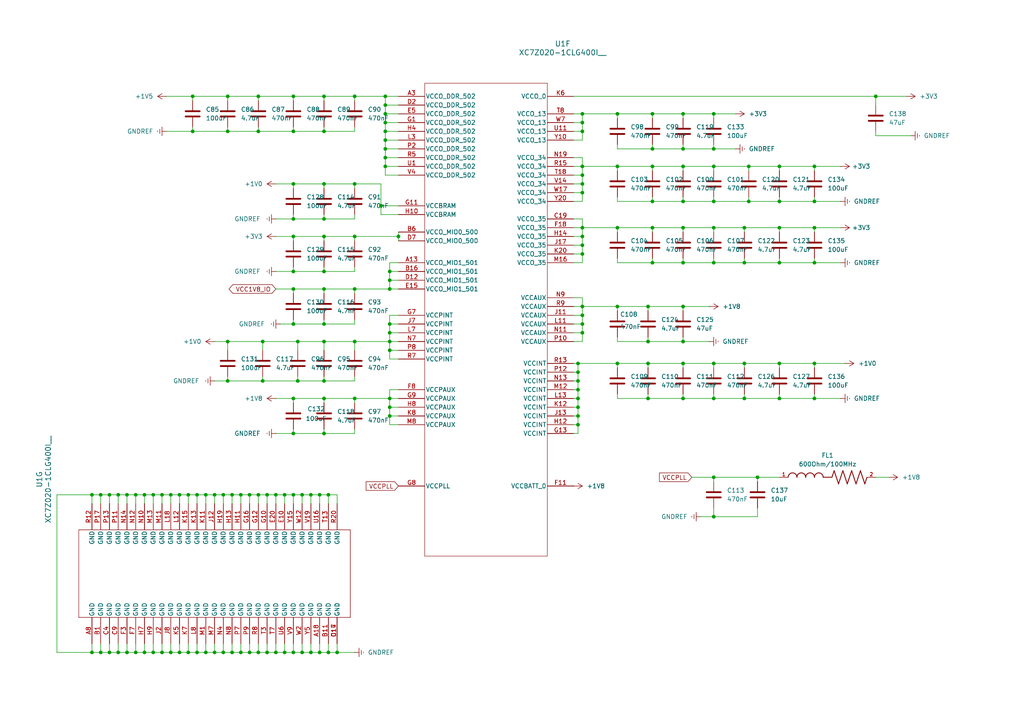
<source format=kicad_sch>
(kicad_sch (version 20231120) (generator "eeschema") (generator_version "8.0")
  (paper "A4")
  (lib_symbols
    (symbol "BLM18AG601SZ1D:BLM18AG601SZ1D" (pin_names (offset 1.016))
      (property "Reference" "FL" (at -12.7044 5.0815 0))
      (property "Value" "BLM18AG601SZ1D" (at -12.71 -5.0866 0))
      (symbol "BLM18AG601SZ1D_0_0"
        (pin passive line (at -15.24 0 0) (length 2.54) (name "~") (number "1"))
        (pin passive line (at 12.7 0 180) (length 2.54) (name "~") (number "2"))
      )
    )
    (symbol "Device:C" (pin_numbers hide) (pin_names (offset 0.254))
      (property "Reference" "C" (at 0.635 2.54 0))
      (property "Value" "C" (at 0.635 -2.54 0))
      (symbol "C_1_1"
        (pin passive line (at 0 3.81 270) (length 2.794) (name "~") (number "1"))
        (pin passive line (at 0 -3.81 90) (length 2.794) (name "~") (number "2"))
      )
    )
    (symbol "XC7Z020-1CLG400I___1" (pin_names (offset 0.254))
      (property "Reference" "U1" (at 47.625 16.51 0))
      (property "Value" "XC7Z020-1CLG400I__" (at 47.625 13.97 0))
      (symbol "XC7Z020-1CLG400I___1_1_1"
        (pin bidirectional line (at 58.42 38.1 180) (length 7.62) (name "IO_L2N_T0_AD8N_35") (number "A20"))
        (pin bidirectional line (at 58.42 40.64 180) (length 7.62) (name "IO_L2P_T0_AD8P_35") (number "B19"))
        (pin bidirectional line (at 58.42 43.18 180) (length 7.62) (name "IO_L1N_T0_AD0N_35") (number "B20"))
        (pin bidirectional line (at 58.42 45.72 180) (length 7.62) (name "IO_L1P_T0_AD0P_35") (number "C20"))
        (pin bidirectional line (at 58.42 33.02 180) (length 7.62) (name "IO_L3N_T0_DQS_AD1N_35") (number "D18"))
        (pin bidirectional line (at 58.42 27.94 180) (length 7.62) (name "IO_L4P_T0_35") (number "D19"))
        (pin bidirectional line (at 58.42 30.48 180) (length 7.62) (name "IO_L4N_T0_35") (number "D20"))
        (pin bidirectional line (at 58.42 35.56 180) (length 7.62) (name "IO_L3P_T0_DQS_AD1P_35") (number "E17"))
        (pin bidirectional line (at 58.42 22.86 180) (length 7.62) (name "IO_L5P_T0_AD9P_35") (number "E18"))
        (pin bidirectional line (at 58.42 25.4 180) (length 7.62) (name "IO_L5N_T0_AD9N_35") (number "E19"))
        (pin bidirectional line (at 58.42 20.32 180) (length 7.62) (name "IO_L6P_T0_35") (number "F16"))
        (pin bidirectional line (at 58.42 17.78 180) (length 7.62) (name "IO_L6N_T0_VREF_35") (number "F17"))
        (pin bidirectional line (at 58.42 -25.4 180) (length 7.62) (name "IO_L15P_T2_DQS_AD12P_35") (number "F19"))
        (pin bidirectional line (at 58.42 -27.94 180) (length 7.62) (name "IO_L15N_T2_DQS_AD12N_35") (number "F20"))
        (pin bidirectional line (at 58.42 48.26 180) (length 7.62) (name "IO_0_35") (number "G14"))
        (pin bidirectional line (at 58.42 -48.26 180) (length 7.62) (name "IO_L19N_T3_VREF_35") (number "G15"))
        (pin bidirectional line (at 58.42 -30.48 180) (length 7.62) (name "IO_L16P_T2_35") (number "G17"))
        (pin bidirectional line (at 58.42 -33.02 180) (length 7.62) (name "IO_L16N_T2_35") (number "G18"))
        (pin bidirectional line (at 58.42 -40.64 180) (length 7.62) (name "IO_L18P_T2_AD13P_35") (number "G19"))
        (pin bidirectional line (at 58.42 -43.18 180) (length 7.62) (name "IO_L18N_T2_AD13N_35") (number "G20"))
        (pin bidirectional line (at 58.42 -45.72 180) (length 7.62) (name "IO_L19P_T3_35") (number "H15"))
        (pin bidirectional line (at 58.42 -15.24 180) (length 7.62) (name "IO_L13P_T2_MRCC_35") (number "H16"))
        (pin bidirectional line (at 58.42 -17.78 180) (length 7.62) (name "IO_L13N_T2_MRCC_35") (number "H17"))
        (pin bidirectional line (at 58.42 -22.86 180) (length 7.62) (name "IO_L14N_T2_AD4N_SRCC_35") (number "H18"))
        (pin bidirectional line (at 58.42 -38.1 180) (length 7.62) (name "IO_L17N_T2_AD5N_35") (number "H20"))
        (pin bidirectional line (at 58.42 -53.34 180) (length 7.62) (name "IO_L20N_T3_AD6N_35") (number "J14"))
        (pin bidirectional line (at 58.42 -76.2 180) (length 7.62) (name "IO_25_35") (number "J15"))
        (pin bidirectional line (at 58.42 -73.66 180) (length 7.62) (name "IO_L24N_T3_AD15N_35") (number "J16"))
        (pin bidirectional line (at 58.42 -20.32 180) (length 7.62) (name "IO_L14P_T2_AD4P_SRCC_35") (number "J18"))
        (pin bidirectional line (at 58.42 -2.54 180) (length 7.62) (name "IO_L10N_T1_AD11N_35") (number "J19"))
        (pin bidirectional line (at 58.42 -35.56 180) (length 7.62) (name "IO_L17P_T2_AD5P_35") (number "J20"))
        (pin bidirectional line (at 58.42 -50.8 180) (length 7.62) (name "IO_L20P_T3_AD6P_35") (number "K14"))
        (pin bidirectional line (at 58.42 -71.12 180) (length 7.62) (name "IO_L24P_T3_AD15P_35") (number "K16"))
        (pin bidirectional line (at 58.42 -12.7 180) (length 7.62) (name "IO_L12P_T1_MRCC_35") (number "K17"))
        (pin bidirectional line (at 58.42 -10.16 180) (length 7.62) (name "IO_L12N_T1_MRCC_35") (number "K18"))
        (pin bidirectional line (at 58.42 0 180) (length 7.62) (name "IO_L10P_T1_AD11P_35") (number "K19"))
        (pin bidirectional line (at 58.42 -60.96 180) (length 7.62) (name "IO_L22P_T3_AD7P_35") (number "L14"))
        (pin bidirectional line (at 58.42 -63.5 180) (length 7.62) (name "IO_L22N_T3_AD7N_35") (number "L15"))
        (pin bidirectional line (at 58.42 -7.62 180) (length 7.62) (name "IO_L11P_T1_SRCC_35") (number "L16"))
        (pin bidirectional line (at 58.42 -5.08 180) (length 7.62) (name "IO_L11N_T1_SRCC_35") (number "L17"))
        (pin bidirectional line (at 58.42 5.08 180) (length 7.62) (name "IO_L9P_T1_DQS_AD3P_35") (number "L19"))
        (pin bidirectional line (at 58.42 2.54 180) (length 7.62) (name "IO_L9N_T1_DQS_AD3N_35") (number "L20"))
        (pin bidirectional line (at 58.42 -66.04 180) (length 7.62) (name "IO_L23P_T3_35") (number "M14"))
        (pin bidirectional line (at 58.42 -68.58 180) (length 7.62) (name "IO_L23N_T3_35") (number "M15"))
        (pin bidirectional line (at 58.42 10.16 180) (length 7.62) (name "IO_L8P_T1_AD10P_35") (number "M17"))
        (pin bidirectional line (at 58.42 7.62 180) (length 7.62) (name "IO_L8N_T1_AD10N_35") (number "M18"))
        (pin bidirectional line (at 58.42 15.24 180) (length 7.62) (name "IO_L7P_T1_AD2P_35") (number "M19"))
        (pin bidirectional line (at 58.42 12.7 180) (length 7.62) (name "IO_L7N_T1_AD2N_35") (number "M20"))
        (pin bidirectional line (at 58.42 -55.88 180) (length 7.62) (name "IO_L21P_T3_DQS_AD14P_35") (number "N15"))
        (pin bidirectional line (at 58.42 -58.42 180) (length 7.62) (name "IO_L21N_T3_DQS_AD14N_35") (number "N16"))
        (pin bidirectional line (at -35.56 -67.31 180) (length 7.62) (name "IO_L23P_T3_34") (number "N17"))
        (pin bidirectional line (at -35.56 -16.51 180) (length 7.62) (name "IO_L13P_T2_MRCC_34") (number "N18"))
        (pin bidirectional line (at -35.56 -21.59 180) (length 7.62) (name "IO_L14P_T2_SRCC_34") (number "N20"))
        (pin bidirectional line (at -35.56 19.05 180) (length 7.62) (name "IO_L6P_T0_34") (number "P14"))
        (pin bidirectional line (at -35.56 -72.39 180) (length 7.62) (name "IO_L24P_T3_34") (number "P15"))
        (pin bidirectional line (at -35.56 -74.93 180) (length 7.62) (name "IO_L24N_T3_34") (number "P16"))
        (pin bidirectional line (at -35.56 -69.85 180) (length 7.62) (name "IO_L23N_T3_34") (number "P18"))
        (pin bidirectional line (at -35.56 -19.05 180) (length 7.62) (name "IO_L13N_T2_MRCC_34") (number "P19"))
        (pin bidirectional line (at -35.56 -24.13 180) (length 7.62) (name "IO_L14N_T2_SRCC_34") (number "P20"))
        (pin bidirectional line (at -35.56 16.51 180) (length 7.62) (name "IO_L6N_T0_VREF_34") (number "R14"))
        (pin bidirectional line (at -35.56 -46.99 180) (length 7.62) (name "IO_L19P_T3_34") (number "R16"))
        (pin bidirectional line (at -35.56 -49.53 180) (length 7.62) (name "IO_L19N_T3_VREF_34") (number "R17"))
        (pin bidirectional line (at -35.56 -54.61 180) (length 7.62) (name "IO_L20N_T3_34") (number "R18"))
        (pin bidirectional line (at -35.56 46.99 180) (length 7.62) (name "IO_0_34") (number "R19"))
        (pin bidirectional line (at -35.56 41.91 180) (length 7.62) (name "IO_L1N_T0_34") (number "T10"))
        (pin bidirectional line (at -35.56 44.45 180) (length 7.62) (name "IO_L1P_T0_34") (number "T11"))
        (pin bidirectional line (at -35.56 39.37 180) (length 7.62) (name "IO_L2P_T0_34") (number "T12"))
        (pin bidirectional line (at -35.56 24.13 180) (length 7.62) (name "IO_L5P_T0_34") (number "T14"))
        (pin bidirectional line (at -35.56 21.59 180) (length 7.62) (name "IO_L5N_T0_34") (number "T15"))
        (pin bidirectional line (at -35.56 3.81 180) (length 7.62) (name "IO_L9P_T1_DQS_34") (number "T16"))
        (pin bidirectional line (at -35.56 -52.07 180) (length 7.62) (name "IO_L20P_T3_34") (number "T17"))
        (pin bidirectional line (at -35.56 -77.47 180) (length 7.62) (name "IO_25_34") (number "T19"))
        (pin bidirectional line (at -35.56 -26.67 180) (length 7.62) (name "IO_L15P_T2_DQS_34") (number "T20"))
        (pin bidirectional line (at -138.43 -20.32 180) (length 7.62) (name "IO_L19P_T3_13") (number "T5"))
        (pin bidirectional line (at -138.43 17.78 180) (length 7.62) (name "IO_L12P_T1_MRCC_13") (number "T9"))
        (pin bidirectional line (at -138.43 15.24 180) (length 7.62) (name "IO_L12N_T1_MRCC_13") (number "U10"))
        (pin bidirectional line (at -35.56 36.83 180) (length 7.62) (name "IO_L2N_T0_34") (number "U12"))
        (pin bidirectional line (at -35.56 34.29 180) (length 7.62) (name "IO_L3P_T0_DQS_PUDC_B_34") (number "U13"))
        (pin bidirectional line (at -35.56 -6.35 180) (length 7.62) (name "IO_L11P_T1_SRCC_34") (number "U14"))
        (pin bidirectional line (at -35.56 -8.89 180) (length 7.62) (name "IO_L11N_T1_SRCC_34") (number "U15"))
        (pin bidirectional line (at -35.56 1.27 180) (length 7.62) (name "IO_L9N_T1_DQS_34") (number "U17"))
        (pin bidirectional line (at -35.56 -11.43 180) (length 7.62) (name "IO_L12P_T1_MRCC_34") (number "U18"))
        (pin bidirectional line (at -35.56 -13.97 180) (length 7.62) (name "IO_L12N_T1_MRCC_34") (number "U19"))
        (pin bidirectional line (at -35.56 -29.21 180) (length 7.62) (name "IO_L15N_T2_DQS_34") (number "U20"))
        (pin bidirectional line (at -138.43 -22.86 180) (length 7.62) (name "IO_L19N_T3_VREF_13") (number "U5"))
        (pin bidirectional line (at -138.43 22.86 180) (length 7.62) (name "IO_L11P_T1_SRCC_13") (number "U7"))
        (pin bidirectional line (at -138.43 -11.43 180) (length 7.62) (name "IO_L17N_T2_13") (number "U8"))
        (pin bidirectional line (at -138.43 -8.89 180) (length 7.62) (name "IO_L17P_T2_13") (number "U9"))
        (pin bidirectional line (at -138.43 -33.02 180) (length 7.62) (name "IO_L21N_T3_DQS_13") (number "V10"))
        (pin bidirectional line (at -138.43 -30.48 180) (length 7.62) (name "IO_L21P_T3_DQS_13") (number "V11"))
        (pin bidirectional line (at -35.56 29.21 180) (length 7.62) (name "IO_L4P_T0_34") (number "V12"))
        (pin bidirectional line (at -35.56 31.75 180) (length 7.62) (name "IO_L3N_T0_DQS_34") (number "V13"))
        (pin bidirectional line (at -35.56 -1.27 180) (length 7.62) (name "IO_L10P_T1_34") (number "V15"))
        (pin bidirectional line (at -35.56 -41.91 180) (length 7.62) (name "IO_L18P_T2_34") (number "V16"))
        (pin bidirectional line (at -35.56 -57.15 180) (length 7.62) (name "IO_L21P_T3_DQS_34") (number "V17"))
        (pin bidirectional line (at -35.56 -59.69 180) (length 7.62) (name "IO_L21N_T3_DQS_34") (number "V18"))
        (pin bidirectional line (at -35.56 -31.75 180) (length 7.62) (name "IO_L16P_T2_34") (number "V20"))
        (pin bidirectional line (at -138.43 25.4 180) (length 7.62) (name "IO_L6N_T0_VREF_13") (number "V5"))
        (pin bidirectional line (at -138.43 -35.56 180) (length 7.62) (name "IO_L22P_T3_13") (number "V6"))
        (pin bidirectional line (at -138.43 20.32 180) (length 7.62) (name "IO_L11N_T1_SRCC_13") (number "V7"))
        (pin bidirectional line (at -138.43 -1.27 180) (length 7.62) (name "IO_L15P_T2_DQS_13") (number "V8"))
        (pin bidirectional line (at -138.43 -3.81 180) (length 7.62) (name "IO_L16P_T2_13") (number "W10"))
        (pin bidirectional line (at -138.43 -13.97 180) (length 7.62) (name "IO_L18P_T2_13") (number "W11"))
        (pin bidirectional line (at -35.56 26.67 180) (length 7.62) (name "IO_L4N_T0_34") (number "W13"))
        (pin bidirectional line (at -35.56 8.89 180) (length 7.62) (name "IO_L8P_T1_34") (number "W14"))
        (pin bidirectional line (at -35.56 -3.81 180) (length 7.62) (name "IO_L10N_T1_34") (number "W15"))
        (pin bidirectional line (at -35.56 -44.45 180) (length 7.62) (name "IO_L18N_T2_34") (number "W16"))
        (pin bidirectional line (at -35.56 -62.23 180) (length 7.62) (name "IO_L22P_T3_34") (number "W18"))
        (pin bidirectional line (at -35.56 -64.77 180) (length 7.62) (name "IO_L22N_T3_34") (number "W19"))
        (pin bidirectional line (at -35.56 -34.29 180) (length 7.62) (name "IO_L16N_T2_34") (number "W20"))
        (pin bidirectional line (at -138.43 -38.1 180) (length 7.62) (name "IO_L22N_T3_13") (number "W6"))
        (pin bidirectional line (at -138.43 1.27 180) (length 7.62) (name "IO_L15N_T2_DQS_13") (number "W8"))
        (pin bidirectional line (at -138.43 -6.35 180) (length 7.62) (name "IO_L16N_T2_13") (number "W9"))
        (pin bidirectional line (at -138.43 -16.51 180) (length 7.62) (name "IO_L18N_T2_13") (number "Y11"))
        (pin bidirectional line (at -138.43 -25.4 180) (length 7.62) (name "IO_L20P_T3_13") (number "Y12"))
        (pin bidirectional line (at -138.43 -27.94 180) (length 7.62) (name "IO_L20N_T3_13") (number "Y13"))
        (pin bidirectional line (at -35.56 6.35 180) (length 7.62) (name "IO_L8N_T1_34") (number "Y14"))
        (pin bidirectional line (at -35.56 13.97 180) (length 7.62) (name "IO_L7P_T1_34") (number "Y16"))
        (pin bidirectional line (at -35.56 11.43 180) (length 7.62) (name "IO_L7N_T1_34") (number "Y17"))
        (pin bidirectional line (at -35.56 -36.83 180) (length 7.62) (name "IO_L17P_T2_34") (number "Y18"))
        (pin bidirectional line (at -35.56 -39.37 180) (length 7.62) (name "IO_L17N_T2_34") (number "Y19"))
        (pin bidirectional line (at -138.43 8.89 180) (length 7.62) (name "IO_L13N_T2_MRCC_13") (number "Y6"))
        (pin bidirectional line (at -138.43 11.43 180) (length 7.62) (name "IO_L13P_T2_MRCC_13") (number "Y7"))
        (pin bidirectional line (at -138.43 3.81 180) (length 7.62) (name "IO_L14N_T2_SRCC_13") (number "Y8"))
        (pin bidirectional line (at -138.43 6.35 180) (length 7.62) (name "IO_L14P_T2_SRCC_13") (number "Y9"))
      )
      (symbol "XC7Z020-1CLG400I___1_3_1"
        (pin output line (at 96.52 -93.98 180) (length 7.62) (name "PS_DDR_DM0_502") (number "A1"))
        (pin bidirectional line (at 96.52 -72.39 180) (length 7.62) (name "PS_DDR_DQ2_502") (number "A2"))
        (pin bidirectional line (at 96.52 -69.85 180) (length 7.62) (name "PS_DDR_DQ3_502") (number "A4"))
        (pin bidirectional line (at 96.52 -106.68 180) (length 7.62) (name "PS_DDR_DQS_N0_502") (number "B2"))
        (pin bidirectional line (at 96.52 -74.93 180) (length 7.62) (name "PS_DDR_DQ1_502") (number "B3"))
        (pin output line (at 0 -67.31 0) (length 7.62) (name "PS_DDR_DRST_B_502") (number "B4"))
        (pin bidirectional line (at 96.52 -62.23 180) (length 7.62) (name "PS_DDR_DQ6_502") (number "C1"))
        (pin bidirectional line (at 96.52 -109.22 180) (length 7.62) (name "PS_DDR_DQS_P0_502") (number "C2"))
        (pin bidirectional line (at 96.52 -77.47 180) (length 7.62) (name "PS_DDR_DQ0_502") (number "C3"))
        (pin bidirectional line (at 96.52 -64.77 180) (length 7.62) (name "PS_DDR_DQ5_502") (number "D1"))
        (pin bidirectional line (at 96.52 -67.31 180) (length 7.62) (name "PS_DDR_DQ4_502") (number "D3"))
        (pin output line (at 0 -13.97 0) (length 7.62) (name "PS_DDR_A13_502") (number "D4"))
        (pin bidirectional line (at 96.52 -59.69 180) (length 7.62) (name "PS_DDR_DQ7_502") (number "E1"))
        (pin bidirectional line (at 96.52 -57.15 180) (length 7.62) (name "PS_DDR_DQ8_502") (number "E2"))
        (pin bidirectional line (at 96.52 -54.61 180) (length 7.62) (name "PS_DDR_DQ9_502") (number "E3"))
        (pin output line (at 0 -16.51 0) (length 7.62) (name "PS_DDR_A12_502") (number "E4"))
        (pin output line (at 96.52 -91.44 180) (length 7.62) (name "PS_DDR_DM1_502") (number "F1"))
        (pin bidirectional line (at 96.52 -111.76 180) (length 7.62) (name "PS_DDR_DQS_N1_502") (number "F2"))
        (pin output line (at 0 -11.43 0) (length 7.62) (name "PS_DDR_A14_502") (number "F4"))
        (pin output line (at 0 -21.59 0) (length 7.62) (name "PS_DDR_A10_502") (number "F5"))
        (pin bidirectional line (at 96.52 -114.3 180) (length 7.62) (name "PS_DDR_DQS_P1_502") (number "G2"))
        (pin bidirectional line (at 96.52 -52.07 180) (length 7.62) (name "PS_DDR_DQ10_502") (number "G3"))
        (pin output line (at 0 -19.05 0) (length 7.62) (name "PS_DDR_A11_502") (number "G4"))
        (pin output line (at 0 -116.84 0) (length 7.62) (name "PS_DDR_VRN_502") (number "G5"))
        (pin bidirectional line (at 96.52 -41.91 180) (length 7.62) (name "PS_DDR_DQ14_502") (number "H1"))
        (pin bidirectional line (at 96.52 -44.45 180) (length 7.62) (name "PS_DDR_DQ13_502") (number "H2"))
        (pin bidirectional line (at 96.52 -49.53 180) (length 7.62) (name "PS_DDR_DQ11_502") (number "H3"))
        (pin output line (at 0 -114.3 0) (length 7.62) (name "PS_DDR_VRP_502") (number "H5"))
        (pin power_in line (at 0 -2.54 0) (length 7.62) (name "PS_DDR_VREF0_502") (number "H6"))
        (pin bidirectional line (at 96.52 -39.37 180) (length 7.62) (name "PS_DDR_DQ15_502") (number "J1"))
        (pin bidirectional line (at 96.52 -46.99 180) (length 7.62) (name "PS_DDR_DQ12_502") (number "J3"))
        (pin output line (at 0 -24.13 0) (length 7.62) (name "PS_DDR_A9_502") (number "J4"))
        (pin output line (at 0 -54.61 0) (length 7.62) (name "PS_DDR_BA2_502") (number "J5"))
        (pin output line (at 0 -26.67 0) (length 7.62) (name "PS_DDR_A8_502") (number "K1"))
        (pin output line (at 0 -44.45 0) (length 7.62) (name "PS_DDR_A1_502") (number "K2"))
        (pin output line (at 0 -39.37 0) (length 7.62) (name "PS_DDR_A3_502") (number "K3"))
        (pin output line (at 0 -29.21 0) (length 7.62) (name "PS_DDR_A7_502") (number "K4"))
        (pin output line (at 0 -34.29 0) (length 7.62) (name "PS_DDR_A5_502") (number "L1"))
        (pin output line (at 0 -91.44 0) (length 7.62) (name "PS_DDR_CKP_502") (number "L2"))
        (pin output line (at 0 -31.75 0) (length 7.62) (name "PS_DDR_A6_502") (number "L4"))
        (pin output line (at 0 -59.69 0) (length 7.62) (name "PS_DDR_BA0_502") (number "L5"))
        (pin output line (at 0 -93.98 0) (length 7.62) (name "PS_DDR_CKN_502") (number "M2"))
        (pin output line (at 0 -41.91 0) (length 7.62) (name "PS_DDR_A2_502") (number "M3"))
        (pin output line (at 0 -36.83 0) (length 7.62) (name "PS_DDR_A4_502") (number "M4"))
        (pin output line (at 0 -77.47 0) (length 7.62) (name "PS_DDR_WE_B_502") (number "M5"))
        (pin output line (at 0 -74.93 0) (length 7.62) (name "PS_DDR_CS_B_502") (number "N1"))
        (pin output line (at 0 -46.99 0) (length 7.62) (name "PS_DDR_A0_502") (number "N2"))
        (pin output line (at 0 -88.9 0) (length 7.62) (name "PS_DDR_CKE_502") (number "N3"))
        (pin output line (at 0 -106.68 0) (length 7.62) (name "PS_DDR_ODT_502") (number "N5"))
        (pin bidirectional line (at 96.52 -36.83 180) (length 7.62) (name "PS_DDR_DQ16_502") (number "P1"))
        (pin bidirectional line (at 96.52 -34.29 180) (length 7.62) (name "PS_DDR_DQ17_502") (number "P3"))
        (pin output line (at 0 -69.85 0) (length 7.62) (name "PS_DDR_RAS_B_502") (number "P4"))
        (pin output line (at 0 -72.39 0) (length 7.62) (name "PS_DDR_CAS_B_502") (number "P5"))
        (pin power_in line (at 0 0 0) (length 7.62) (name "PS_DDR_VREF1_502") (number "P6"))
        (pin bidirectional line (at 96.52 -29.21 180) (length 7.62) (name "PS_DDR_DQ19_502") (number "R1"))
        (pin bidirectional line (at 96.52 -119.38 180) (length 7.62) (name "PS_DDR_DQS_P2_502") (number "R2"))
        (pin bidirectional line (at 96.52 -31.75 180) (length 7.62) (name "PS_DDR_DQ18_502") (number "R3"))
        (pin output line (at 0 -57.15 0) (length 7.62) (name "PS_DDR_BA1_502") (number "R4"))
        (pin output line (at 96.52 -88.9 180) (length 7.62) (name "PS_DDR_DM2_502") (number "T1"))
        (pin bidirectional line (at 96.52 -116.84 180) (length 7.62) (name "PS_DDR_DQS_N2_502") (number "T2"))
        (pin bidirectional line (at 96.52 -26.67 180) (length 7.62) (name "PS_DDR_DQ20_502") (number "T4"))
        (pin bidirectional line (at 96.52 -21.59 180) (length 7.62) (name "PS_DDR_DQ22_502") (number "U2"))
        (pin bidirectional line (at 96.52 -19.05 180) (length 7.62) (name "PS_DDR_DQ23_502") (number "U3"))
        (pin bidirectional line (at 96.52 -24.13 180) (length 7.62) (name "PS_DDR_DQ21_502") (number "U4"))
        (pin bidirectional line (at 96.52 -16.51 180) (length 7.62) (name "PS_DDR_DQ24_502") (number "V1"))
        (pin bidirectional line (at 96.52 -1.27 180) (length 7.62) (name "PS_DDR_DQ30_502") (number "V2"))
        (pin bidirectional line (at 96.52 1.27 180) (length 7.62) (name "PS_DDR_DQ31_502") (number "V3"))
        (pin bidirectional line (at 96.52 -11.43 180) (length 7.62) (name "PS_DDR_DQ26_502") (number "W1"))
        (pin bidirectional line (at 96.52 -3.81 180) (length 7.62) (name "PS_DDR_DQ29_502") (number "W3"))
        (pin bidirectional line (at 96.52 -121.92 180) (length 7.62) (name "PS_DDR_DQS_N3_502") (number "W4"))
        (pin bidirectional line (at 96.52 -124.46 180) (length 7.62) (name "PS_DDR_DQS_P3_502") (number "W5"))
        (pin output line (at 96.52 -86.36 180) (length 7.62) (name "PS_DDR_DM3_502") (number "Y1"))
        (pin bidirectional line (at 96.52 -6.35 180) (length 7.62) (name "PS_DDR_DQ28_502") (number "Y2"))
        (pin bidirectional line (at 96.52 -13.97 180) (length 7.62) (name "PS_DDR_DQ25_502") (number "Y3"))
        (pin bidirectional line (at 96.52 -8.89 180) (length 7.62) (name "PS_DDR_DQ27_502") (number "Y4"))
      )
      (symbol "XC7Z020-1CLG400I___1_4_1"
        (pin bidirectional line (at 21.59 -44.45 180) (length 7.62) (name "PS_MIO37_501") (number "A10"))
        (pin bidirectional line (at 21.59 -41.91 180) (length 7.62) (name "PS_MIO36_501") (number "A11"))
        (pin bidirectional line (at 21.59 -36.83 180) (length 7.62) (name "PS_MIO34_501") (number "A12"))
        (pin bidirectional line (at 21.59 -31.75 180) (length 7.62) (name "PS_MIO32_501") (number "A14"))
        (pin bidirectional line (at 21.59 -16.51 180) (length 7.62) (name "PS_MIO26_501") (number "A15"))
        (pin bidirectional line (at 21.59 -11.43 180) (length 7.62) (name "PS_MIO24_501") (number "A16"))
        (pin bidirectional line (at 21.59 -1.27 180) (length 7.62) (name "PS_MIO20_501") (number "A17"))
        (pin bidirectional line (at 21.59 8.89 180) (length 7.62) (name "PS_MIO16_501") (number "A19"))
        (pin bidirectional line (at 21.59 -59.69 180) (length 7.62) (name "PS_MIO43_501") (number "A9"))
        (pin input line (at 21.59 22.86 180) (length 7.62) (name "PS_SRST_B_501") (number "B10"))
        (pin bidirectional line (at 21.59 -72.39 180) (length 7.62) (name "PS_MIO48_501") (number "B12"))
        (pin bidirectional line (at 21.59 -77.47 180) (length 7.62) (name "PS_MIO50_501") (number "B13"))
        (pin bidirectional line (at 21.59 -69.85 180) (length 7.62) (name "PS_MIO47_501") (number "B14"))
        (pin bidirectional line (at 21.59 -64.77 180) (length 7.62) (name "PS_MIO45_501") (number "B15"))
        (pin bidirectional line (at 21.59 -6.35 180) (length 7.62) (name "PS_MIO22_501") (number "B17"))
        (pin bidirectional line (at 21.59 3.81 180) (length 7.62) (name "PS_MIO18_501") (number "B18"))
        (pin bidirectional line (at 21.59 -80.01 180) (length 7.62) (name "PS_MIO51_501") (number "B9"))
        (pin bidirectional line (at 21.59 -82.55 180) (length 7.62) (name "PS_MIO52_501") (number "C10"))
        (pin bidirectional line (at 21.59 -85.09 180) (length 7.62) (name "PS_MIO53_501") (number "C11"))
        (pin bidirectional line (at 21.59 -74.93 180) (length 7.62) (name "PS_MIO49_501") (number "C12"))
        (pin bidirectional line (at 21.59 -24.13 180) (length 7.62) (name "PS_MIO29_501") (number "C13"))
        (pin bidirectional line (at 21.59 -26.67 180) (length 7.62) (name "PS_MIO30_501") (number "C15"))
        (pin bidirectional line (at 21.59 -21.59 180) (length 7.62) (name "PS_MIO28_501") (number "C16"))
        (pin bidirectional line (at 21.59 -54.61 180) (length 7.62) (name "PS_MIO41_501") (number "C17"))
        (pin bidirectional line (at 21.59 -49.53 180) (length 7.62) (name "PS_MIO39_501") (number "C18"))
        (pin bidirectional line (at 21.59 1.27 180) (length 7.62) (name "PS_MIO19_501") (number "D10"))
        (pin bidirectional line (at 21.59 -8.89 180) (length 7.62) (name "PS_MIO23_501") (number "D11"))
        (pin bidirectional line (at 21.59 -19.05 180) (length 7.62) (name "PS_MIO27_501") (number "D13"))
        (pin bidirectional line (at 21.59 -52.07 180) (length 7.62) (name "PS_MIO40_501") (number "D14"))
        (pin bidirectional line (at 21.59 -34.29 180) (length 7.62) (name "PS_MIO33_501") (number "D15"))
        (pin bidirectional line (at 21.59 -67.31 180) (length 7.62) (name "PS_MIO46_501") (number "D16"))
        (pin power_in line (at 21.59 20.32 180) (length 7.62) (name "PS_MIO_VREF_501") (number "E11"))
        (pin bidirectional line (at 21.59 -57.15 180) (length 7.62) (name "PS_MIO42_501") (number "E12"))
        (pin bidirectional line (at 21.59 -46.99 180) (length 7.62) (name "PS_MIO38_501") (number "E13"))
        (pin bidirectional line (at 21.59 6.35 180) (length 7.62) (name "PS_MIO17_501") (number "E14"))
        (pin bidirectional line (at 21.59 -29.21 180) (length 7.62) (name "PS_MIO31_501") (number "E16"))
        (pin bidirectional line (at 21.59 -39.37 180) (length 7.62) (name "PS_MIO35_501") (number "F12"))
        (pin bidirectional line (at 21.59 -62.23 180) (length 7.62) (name "PS_MIO44_501") (number "F13"))
        (pin bidirectional line (at 21.59 -3.81 180) (length 7.62) (name "PS_MIO21_501") (number "F14"))
        (pin bidirectional line (at 21.59 -13.97 180) (length 7.62) (name "PS_MIO25_501") (number "F15"))
      )
      (symbol "XC7Z020-1CLG400I___1_5_1"
        (pin power_out line (at 60.96 -38.1 180) (length 7.62) (name "RSVDGND") (number "F10"))
        (pin output line (at 60.96 -3.81 180) (length 7.62) (name "TDO_0") (number "F6"))
        (pin input line (at 60.96 1.27 180) (length 7.62) (name "TCK_0") (number "F9"))
        (pin input line (at 60.96 -1.27 180) (length 7.62) (name "TDI_0") (number "G6"))
        (pin power_out line (at 0 -35.56 0) (length 7.62) (name "GNDADC_0") (number "J10"))
        (pin input line (at 60.96 3.81 180) (length 7.62) (name "TMS_0") (number "J6"))
        (pin power_in line (at 0 -33.02 0) (length 7.62) (name "VCCADC_0") (number "J9"))
        (pin power_in line (at 0 -8.89 0) (length 7.62) (name "VREFN_0") (number "K10"))
        (pin input line (at 0 -16.51 0) (length 7.62) (name "VP_0") (number "K9"))
        (pin input line (at 0 -19.05 0) (length 7.62) (name "VN_0") (number "L10"))
        (pin input line (at 60.96 -16.51 180) (length 7.62) (name "PROGRAM_B_0") (number "L6"))
        (pin power_in line (at 0 -6.35 0) (length 7.62) (name "VREFP_0") (number "L9"))
        (pin unspecified line (at 0 1.27 0) (length 7.62) (name "DXN_0") (number "M10"))
        (pin input line (at 0 -27.94 0) (length 7.62) (name "CFGBVS_0") (number "M6"))
        (pin unspecified line (at 0 3.81 0) (length 7.62) (name "DXP_0") (number "M9"))
        (pin power_in line (at 60.96 -30.48 180) (length 7.62) (name "RSVDVCC3") (number "N6"))
        (pin bidirectional line (at 60.96 -19.05 180) (length 7.62) (name "INIT_B_0") (number "R10"))
        (pin bidirectional line (at 60.96 -13.97 180) (length 7.62) (name "DONE_0") (number "R11"))
        (pin power_in line (at 60.96 -33.02 180) (length 7.62) (name "RSVDVCC2") (number "R6"))
        (pin power_in line (at 60.96 -35.56 180) (length 7.62) (name "RSVDVCC1") (number "T6"))
      )
      (symbol "XC7Z020-1CLG400I___1_6_1"
        (pin power_in line (at 0 -46.99 0) (length 7.62) (name "VCCO_MIO1_501") (number "A13"))
        (pin power_in line (at 0 1.27 0) (length 7.62) (name "VCCO_DDR_502") (number "A3"))
        (pin power_in line (at 0 -49.53 0) (length 7.62) (name "VCCO_MIO1_501") (number "B16"))
        (pin power_in line (at 0 -38.1 0) (length 7.62) (name "VCCO_MIO0_500") (number "B6"))
        (pin power_in line (at 50.8 -34.29 180) (length 7.62) (name "VCCO_35") (number "C19"))
        (pin power_in line (at 0 -52.07 0) (length 7.62) (name "VCCO_MIO1_501") (number "D12"))
        (pin power_in line (at 0 -1.27 0) (length 7.62) (name "VCCO_DDR_502") (number "D2"))
        (pin power_in line (at 0 -40.64 0) (length 7.62) (name "VCCO_MIO0_500") (number "D7"))
        (pin power_in line (at 0 -54.61 0) (length 7.62) (name "VCCO_MIO1_501") (number "E15"))
        (pin power_in line (at 0 -3.81 0) (length 7.62) (name "VCCO_DDR_502") (number "E5"))
        (pin power_in line (at 50.8 -111.76 180) (length 7.62) (name "VCCBATT_0") (number "F11"))
        (pin power_in line (at 50.8 -36.83 180) (length 7.62) (name "VCCO_35") (number "F18"))
        (pin power_in line (at 0 -83.82 0) (length 7.62) (name "VCCPAUX") (number "F8"))
        (pin power_in line (at 0 -6.35 0) (length 7.62) (name "VCCO_DDR_502") (number "G1"))
        (pin power_in line (at 0 -30.48 0) (length 7.62) (name "VCCBRAM") (number "G11"))
        (pin power_in line (at 50.8 -96.52 180) (length 7.62) (name "VCCINT") (number "G13"))
        (pin power_in line (at 0 -62.23 0) (length 7.62) (name "VCCPINT") (number "G7"))
        (pin power_in line (at 0 -111.76 0) (length 7.62) (name "VCCPLL") (number "G8"))
        (pin power_in line (at 0 -86.36 0) (length 7.62) (name "VCCPAUX") (number "G9"))
        (pin power_in line (at 0 -33.02 0) (length 7.62) (name "VCCBRAM") (number "H10"))
        (pin power_in line (at 50.8 -93.98 180) (length 7.62) (name "VCCINT") (number "H12"))
        (pin power_in line (at 50.8 -39.37 180) (length 7.62) (name "VCCO_35") (number "H14"))
        (pin power_in line (at 0 -8.89 0) (length 7.62) (name "VCCO_DDR_502") (number "H4"))
        (pin power_in line (at 0 -88.9 0) (length 7.62) (name "VCCPAUX") (number "H8"))
        (pin power_in line (at 50.8 -62.23 180) (length 7.62) (name "VCCAUX") (number "J11"))
        (pin power_in line (at 50.8 -91.44 180) (length 7.62) (name "VCCINT") (number "J13"))
        (pin power_in line (at 50.8 -41.91 180) (length 7.62) (name "VCCO_35") (number "J17"))
        (pin power_in line (at 0 -64.77 0) (length 7.62) (name "VCCPINT") (number "J7"))
        (pin power_in line (at 50.8 -88.9 180) (length 7.62) (name "VCCINT") (number "K12"))
        (pin power_in line (at 50.8 -44.45 180) (length 7.62) (name "VCCO_35") (number "K20"))
        (pin power_in line (at 50.8 1.27 180) (length 7.62) (name "VCCO_0") (number "K6"))
        (pin power_in line (at 0 -91.44 0) (length 7.62) (name "VCCPAUX") (number "K8"))
        (pin power_in line (at 50.8 -64.77 180) (length 7.62) (name "VCCAUX") (number "L11"))
        (pin power_in line (at 50.8 -86.36 180) (length 7.62) (name "VCCINT") (number "L13"))
        (pin power_in line (at 0 -11.43 0) (length 7.62) (name "VCCO_DDR_502") (number "L3"))
        (pin power_in line (at 0 -67.31 0) (length 7.62) (name "VCCPINT") (number "L7"))
        (pin power_in line (at 50.8 -83.82 180) (length 7.62) (name "VCCINT") (number "M12"))
        (pin power_in line (at 50.8 -46.99 180) (length 7.62) (name "VCCO_35") (number "M16"))
        (pin power_in line (at 0 -93.98 0) (length 7.62) (name "VCCPAUX") (number "M8"))
        (pin power_in line (at 50.8 -67.31 180) (length 7.62) (name "VCCAUX") (number "N11"))
        (pin power_in line (at 50.8 -81.28 180) (length 7.62) (name "VCCINT") (number "N13"))
        (pin power_in line (at 50.8 -16.51 180) (length 7.62) (name "VCCO_34") (number "N19"))
        (pin power_in line (at 0 -69.85 0) (length 7.62) (name "VCCPINT") (number "N7"))
        (pin power_in line (at 50.8 -57.15 180) (length 7.62) (name "VCCAUX") (number "N9"))
        (pin power_in line (at 50.8 -69.85 180) (length 7.62) (name "VCCAUX") (number "P10"))
        (pin power_in line (at 50.8 -78.74 180) (length 7.62) (name "VCCINT") (number "P12"))
        (pin power_in line (at 0 -13.97 0) (length 7.62) (name "VCCO_DDR_502") (number "P2"))
        (pin power_in line (at 0 -72.39 0) (length 7.62) (name "VCCPINT") (number "P8"))
        (pin power_in line (at 50.8 -76.2 180) (length 7.62) (name "VCCINT") (number "R13"))
        (pin power_in line (at 50.8 -19.05 180) (length 7.62) (name "VCCO_34") (number "R15"))
        (pin power_in line (at 0 -16.51 0) (length 7.62) (name "VCCO_DDR_502") (number "R5"))
        (pin power_in line (at 0 -74.93 0) (length 7.62) (name "VCCPINT") (number "R7"))
        (pin power_in line (at 50.8 -59.69 180) (length 7.62) (name "VCCAUX") (number "R9"))
        (pin power_in line (at 50.8 -21.59 180) (length 7.62) (name "VCCO_34") (number "T18"))
        (pin power_in line (at 50.8 -3.81 180) (length 7.62) (name "VCCO_13") (number "T8"))
        (pin power_in line (at 0 -19.05 0) (length 7.62) (name "VCCO_DDR_502") (number "U1"))
        (pin power_in line (at 50.8 -8.89 180) (length 7.62) (name "VCCO_13") (number "U11"))
        (pin power_in line (at 50.8 -24.13 180) (length 7.62) (name "VCCO_34") (number "V14"))
        (pin power_in line (at 0 -21.59 0) (length 7.62) (name "VCCO_DDR_502") (number "V4"))
        (pin power_in line (at 50.8 -26.67 180) (length 7.62) (name "VCCO_34") (number "W17"))
        (pin power_in line (at 50.8 -6.35 180) (length 7.62) (name "VCCO_13") (number "W7"))
        (pin power_in line (at 50.8 -11.43 180) (length 7.62) (name "VCCO_13") (number "Y10"))
        (pin power_in line (at 50.8 -29.21 180) (length 7.62) (name "VCCO_34") (number "Y20"))
      )
      (symbol "XC7Z020-1CLG400I___1_7_1"
        (pin power_out line (at 0 -64.77 0) (length 7.62) (name "GND") (number "A18"))
        (pin power_out line (at 0 1.27 0) (length 7.62) (name "GND") (number "A8"))
        (pin power_out line (at 0 -1.27 0) (length 7.62) (name "GND") (number "B1"))
        (pin power_out line (at 0 -67.31 0) (length 7.62) (name "GND") (number "B11"))
        (pin power_out line (at 0 -69.85 0) (length 7.62) (name "GND") (number "C14"))
        (pin power_out line (at 0 -3.81 0) (length 7.62) (name "GND") (number "C4"))
        (pin power_out line (at 0 -6.35 0) (length 7.62) (name "GND") (number "C9"))
        (pin power_out line (at 0 -69.85 0) (length 7.62) (name "GND") (number "D17"))
        (pin power_out line (at 40.64 -54.61 180) (length 7.62) (name "GND") (number "E10"))
        (pin power_out line (at 40.64 -52.07 180) (length 7.62) (name "GND") (number "E20"))
        (pin power_out line (at 0 -8.89 0) (length 7.62) (name "GND") (number "F3"))
        (pin power_out line (at 0 -11.43 0) (length 7.62) (name "GND") (number "F7"))
        (pin power_out line (at 40.64 -49.53 180) (length 7.62) (name "GND") (number "G10"))
        (pin power_out line (at 40.64 -46.99 180) (length 7.62) (name "GND") (number "G12"))
        (pin power_out line (at 40.64 -44.45 180) (length 7.62) (name "GND") (number "G16"))
        (pin power_out line (at 40.64 -41.91 180) (length 7.62) (name "GND") (number "H11"))
        (pin power_out line (at 40.64 -39.37 180) (length 7.62) (name "GND") (number "H13"))
        (pin power_out line (at 40.64 -36.83 180) (length 7.62) (name "GND") (number "H19"))
        (pin power_out line (at 0 -13.97 0) (length 7.62) (name "GND") (number "H7"))
        (pin power_out line (at 0 -16.51 0) (length 7.62) (name "GND") (number "H9"))
        (pin power_out line (at 40.64 -34.29 180) (length 7.62) (name "GND") (number "J12"))
        (pin power_out line (at 0 -19.05 0) (length 7.62) (name "GND") (number "J2"))
        (pin power_out line (at 0 -21.59 0) (length 7.62) (name "GND") (number "J8"))
        (pin power_out line (at 40.64 -31.75 180) (length 7.62) (name "GND") (number "K11"))
        (pin power_out line (at 40.64 -29.21 180) (length 7.62) (name "GND") (number "K13"))
        (pin power_out line (at 40.64 -26.67 180) (length 7.62) (name "GND") (number "K15"))
        (pin power_out line (at 0 -24.13 0) (length 7.62) (name "GND") (number "K5"))
        (pin power_out line (at 0 -26.67 0) (length 7.62) (name "GND") (number "K7"))
        (pin power_out line (at 40.64 -24.13 180) (length 7.62) (name "GND") (number "L12"))
        (pin power_out line (at 40.64 -21.59 180) (length 7.62) (name "GND") (number "L18"))
        (pin power_out line (at 0 -29.21 0) (length 7.62) (name "GND") (number "L8"))
        (pin power_out line (at 0 -31.75 0) (length 7.62) (name "GND") (number "M1"))
        (pin power_out line (at 40.64 -19.05 180) (length 7.62) (name "GND") (number "M11"))
        (pin power_out line (at 40.64 -16.51 180) (length 7.62) (name "GND") (number "M13"))
        (pin power_out line (at 0 -34.29 0) (length 7.62) (name "GND") (number "M7"))
        (pin power_out line (at 40.64 -13.97 180) (length 7.62) (name "GND") (number "N10"))
        (pin power_out line (at 40.64 -11.43 180) (length 7.62) (name "GND") (number "N12"))
        (pin power_out line (at 40.64 -8.89 180) (length 7.62) (name "GND") (number "N14"))
        (pin power_out line (at 0 -36.83 0) (length 7.62) (name "GND") (number "N4"))
        (pin power_out line (at 0 -39.37 0) (length 7.62) (name "GND") (number "N8"))
        (pin power_out line (at 40.64 -6.35 180) (length 7.62) (name "GND") (number "P11"))
        (pin power_out line (at 40.64 -3.81 180) (length 7.62) (name "GND") (number "P13"))
        (pin power_out line (at 40.64 -1.27 180) (length 7.62) (name "GND") (number "P17"))
        (pin power_out line (at 0 -41.91 0) (length 7.62) (name "GND") (number "P7"))
        (pin power_out line (at 0 -44.45 0) (length 7.62) (name "GND") (number "P9"))
        (pin power_out line (at 40.64 1.27 180) (length 7.62) (name "GND") (number "R12"))
        (pin power_out line (at 40.64 -69.85 180) (length 7.62) (name "GND") (number "R20"))
        (pin power_out line (at 0 -46.99 0) (length 7.62) (name "GND") (number "R8"))
        (pin power_out line (at 40.64 -67.31 180) (length 7.62) (name "GND") (number "T13"))
        (pin power_out line (at 0 -49.53 0) (length 7.62) (name "GND") (number "T3"))
        (pin power_out line (at 0 -52.07 0) (length 7.62) (name "GND") (number "T7"))
        (pin power_out line (at 40.64 -64.77 180) (length 7.62) (name "GND") (number "U16"))
        (pin power_out line (at 0 -54.61 0) (length 7.62) (name "GND") (number "U6"))
        (pin power_out line (at 40.64 -62.23 180) (length 7.62) (name "GND") (number "V19"))
        (pin power_out line (at 0 -57.15 0) (length 7.62) (name "GND") (number "V9"))
        (pin power_out line (at 40.64 -59.69 180) (length 7.62) (name "GND") (number "W12"))
        (pin power_out line (at 0 -59.69 0) (length 7.62) (name "GND") (number "W2"))
        (pin power_out line (at 40.64 -57.15 180) (length 7.62) (name "GND") (number "Y15"))
        (pin power_out line (at 0 -62.23 0) (length 7.62) (name "GND") (number "Y5"))
      )
      (symbol "XC7Z020-1CLG400I___1_8_1"
        (pin bidirectional line (at 77.47 -33.02 180) (length 7.62) (name "PS_MIO6_500") (number "A5"))
        (pin bidirectional line (at 77.47 -30.48 180) (length 7.62) (name "PS_MIO5_500") (number "A6"))
        (pin bidirectional line (at 77.47 -20.32 180) (length 7.62) (name "PS_MIO1_500") (number "A7"))
        (pin bidirectional line (at 77.47 -40.64 180) (length 7.62) (name "PS_MIO9_500") (number "B5"))
        (pin bidirectional line (at 77.47 -27.94 180) (length 7.62) (name "PS_MIO4_500") (number "B7"))
        (pin bidirectional line (at 77.47 -22.86 180) (length 7.62) (name "PS_MIO2_500") (number "B8"))
        (pin bidirectional line (at 77.47 -53.34 180) (length 7.62) (name "PS_MIO14_500") (number "C5"))
        (pin bidirectional line (at 77.47 -45.72 180) (length 7.62) (name "PS_MIO11_500") (number "C6"))
        (pin input line (at 77.47 -10.16 180) (length 7.62) (name "PS_POR_B_500") (number "C7"))
        (pin bidirectional line (at 77.47 -55.88 180) (length 7.62) (name "PS_MIO15_500") (number "C8"))
        (pin bidirectional line (at 77.47 -38.1 180) (length 7.62) (name "PS_MIO8_500") (number "D5"))
        (pin bidirectional line (at 77.47 -25.4 180) (length 7.62) (name "PS_MIO3_500") (number "D6"))
        (pin bidirectional line (at 77.47 -35.56 180) (length 7.62) (name "PS_MIO7_500") (number "D8"))
        (pin bidirectional line (at 77.47 -48.26 180) (length 7.62) (name "PS_MIO12_500") (number "D9"))
        (pin bidirectional line (at 77.47 -17.78 180) (length 7.62) (name "PS_MIO0_500") (number "E6"))
        (pin input line (at 77.47 -12.7 180) (length 7.62) (name "PS_CLK_500") (number "E7"))
        (pin bidirectional line (at 77.47 -50.8 180) (length 7.62) (name "PS_MIO13_500") (number "E8"))
        (pin bidirectional line (at 77.47 -43.18 180) (length 7.62) (name "PS_MIO10_500") (number "E9"))
      )
    )
    (symbol "power:+1V0" (power) (pin_numbers hide) (pin_names (offset 0) hide)
      (property "Value" "+1V0" (at 0 3.556 0))
      (symbol "+1V0_1_1"
        (pin power_in line (at 0 0 90) (length 0) (name "~") (number "1"))
      )
    )
    (symbol "power:+1V5" (power) (pin_numbers hide) (pin_names (offset 0) hide)
      (property "Value" "+1V5" (at 0 3.556 0))
      (symbol "+1V5_1_1"
        (pin power_in line (at 0 0 90) (length 0) (name "~") (number "1"))
      )
    )
    (symbol "power:+1V8" (power) (pin_numbers hide) (pin_names (offset 0) hide)
      (property "Value" "+1V8" (at 0 3.556 0))
      (symbol "+1V8_1_1"
        (pin power_in line (at 0 0 90) (length 0) (name "~") (number "1"))
      )
    )
    (symbol "power:+3V3" (power) (pin_numbers hide) (pin_names (offset 0) hide)
      (property "Value" "+3V3" (at 0 3.556 0))
      (symbol "+3V3_1_1"
        (pin power_in line (at 0 0 90) (length 0) (name "~") (number "1"))
      )
    )
    (symbol "power:GNDREF" (power) (pin_numbers hide) (pin_names (offset 0) hide)
      (property "Value" "GNDREF" (at 0 -3.81 0))
      (symbol "GNDREF_1_1"
        (pin power_in line (at 0 0 270) (length 0) (name "~") (number "1"))
      )
    )
    (symbol "xc7z020-1clg400i_complete:XC7Z020-1CLG400I__" (pin_names (offset 0.254))
      (property "Reference" "U1" (at 47.625 16.51 0))
      (property "Value" "XC7Z020-1CLG400I__" (at 47.625 13.97 0))
      (symbol "XC7Z020-1CLG400I___1_1"
        (pin bidirectional line (at 58.42 38.1 180) (length 7.62) (name "IO_L2N_T0_AD8N_35") (number "A20"))
        (pin bidirectional line (at 58.42 40.64 180) (length 7.62) (name "IO_L2P_T0_AD8P_35") (number "B19"))
        (pin bidirectional line (at 58.42 43.18 180) (length 7.62) (name "IO_L1N_T0_AD0N_35") (number "B20"))
        (pin bidirectional line (at 58.42 45.72 180) (length 7.62) (name "IO_L1P_T0_AD0P_35") (number "C20"))
        (pin bidirectional line (at 58.42 33.02 180) (length 7.62) (name "IO_L3N_T0_DQS_AD1N_35") (number "D18"))
        (pin bidirectional line (at 58.42 27.94 180) (length 7.62) (name "IO_L4P_T0_35") (number "D19"))
        (pin bidirectional line (at 58.42 30.48 180) (length 7.62) (name "IO_L4N_T0_35") (number "D20"))
        (pin bidirectional line (at 58.42 35.56 180) (length 7.62) (name "IO_L3P_T0_DQS_AD1P_35") (number "E17"))
        (pin bidirectional line (at 58.42 22.86 180) (length 7.62) (name "IO_L5P_T0_AD9P_35") (number "E18"))
        (pin bidirectional line (at 58.42 25.4 180) (length 7.62) (name "IO_L5N_T0_AD9N_35") (number "E19"))
        (pin bidirectional line (at 58.42 20.32 180) (length 7.62) (name "IO_L6P_T0_35") (number "F16"))
        (pin bidirectional line (at 58.42 17.78 180) (length 7.62) (name "IO_L6N_T0_VREF_35") (number "F17"))
        (pin bidirectional line (at 58.42 -25.4 180) (length 7.62) (name "IO_L15P_T2_DQS_AD12P_35") (number "F19"))
        (pin bidirectional line (at 58.42 -27.94 180) (length 7.62) (name "IO_L15N_T2_DQS_AD12N_35") (number "F20"))
        (pin bidirectional line (at 58.42 48.26 180) (length 7.62) (name "IO_0_35") (number "G14"))
        (pin bidirectional line (at 58.42 -48.26 180) (length 7.62) (name "IO_L19N_T3_VREF_35") (number "G15"))
        (pin bidirectional line (at 58.42 -30.48 180) (length 7.62) (name "IO_L16P_T2_35") (number "G17"))
        (pin bidirectional line (at 58.42 -33.02 180) (length 7.62) (name "IO_L16N_T2_35") (number "G18"))
        (pin bidirectional line (at 58.42 -40.64 180) (length 7.62) (name "IO_L18P_T2_AD13P_35") (number "G19"))
        (pin bidirectional line (at 58.42 -43.18 180) (length 7.62) (name "IO_L18N_T2_AD13N_35") (number "G20"))
        (pin bidirectional line (at 58.42 -45.72 180) (length 7.62) (name "IO_L19P_T3_35") (number "H15"))
        (pin bidirectional line (at 58.42 -15.24 180) (length 7.62) (name "IO_L13P_T2_MRCC_35") (number "H16"))
        (pin bidirectional line (at 58.42 -17.78 180) (length 7.62) (name "IO_L13N_T2_MRCC_35") (number "H17"))
        (pin bidirectional line (at 58.42 -22.86 180) (length 7.62) (name "IO_L14N_T2_AD4N_SRCC_35") (number "H18"))
        (pin bidirectional line (at 58.42 -38.1 180) (length 7.62) (name "IO_L17N_T2_AD5N_35") (number "H20"))
        (pin bidirectional line (at 58.42 -53.34 180) (length 7.62) (name "IO_L20N_T3_AD6N_35") (number "J14"))
        (pin bidirectional line (at 58.42 -76.2 180) (length 7.62) (name "IO_25_35") (number "J15"))
        (pin bidirectional line (at 58.42 -73.66 180) (length 7.62) (name "IO_L24N_T3_AD15N_35") (number "J16"))
        (pin bidirectional line (at 58.42 -20.32 180) (length 7.62) (name "IO_L14P_T2_AD4P_SRCC_35") (number "J18"))
        (pin bidirectional line (at 58.42 -2.54 180) (length 7.62) (name "IO_L10N_T1_AD11N_35") (number "J19"))
        (pin bidirectional line (at 58.42 -35.56 180) (length 7.62) (name "IO_L17P_T2_AD5P_35") (number "J20"))
        (pin bidirectional line (at 58.42 -50.8 180) (length 7.62) (name "IO_L20P_T3_AD6P_35") (number "K14"))
        (pin bidirectional line (at 58.42 -71.12 180) (length 7.62) (name "IO_L24P_T3_AD15P_35") (number "K16"))
        (pin bidirectional line (at 58.42 -12.7 180) (length 7.62) (name "IO_L12P_T1_MRCC_35") (number "K17"))
        (pin bidirectional line (at 58.42 -10.16 180) (length 7.62) (name "IO_L12N_T1_MRCC_35") (number "K18"))
        (pin bidirectional line (at 58.42 0 180) (length 7.62) (name "IO_L10P_T1_AD11P_35") (number "K19"))
        (pin bidirectional line (at 58.42 -60.96 180) (length 7.62) (name "IO_L22P_T3_AD7P_35") (number "L14"))
        (pin bidirectional line (at 58.42 -63.5 180) (length 7.62) (name "IO_L22N_T3_AD7N_35") (number "L15"))
        (pin bidirectional line (at 58.42 -7.62 180) (length 7.62) (name "IO_L11P_T1_SRCC_35") (number "L16"))
        (pin bidirectional line (at 58.42 -5.08 180) (length 7.62) (name "IO_L11N_T1_SRCC_35") (number "L17"))
        (pin bidirectional line (at 58.42 5.08 180) (length 7.62) (name "IO_L9P_T1_DQS_AD3P_35") (number "L19"))
        (pin bidirectional line (at 58.42 2.54 180) (length 7.62) (name "IO_L9N_T1_DQS_AD3N_35") (number "L20"))
        (pin bidirectional line (at 58.42 -66.04 180) (length 7.62) (name "IO_L23P_T3_35") (number "M14"))
        (pin bidirectional line (at 58.42 -68.58 180) (length 7.62) (name "IO_L23N_T3_35") (number "M15"))
        (pin bidirectional line (at 58.42 10.16 180) (length 7.62) (name "IO_L8P_T1_AD10P_35") (number "M17"))
        (pin bidirectional line (at 58.42 7.62 180) (length 7.62) (name "IO_L8N_T1_AD10N_35") (number "M18"))
        (pin bidirectional line (at 58.42 15.24 180) (length 7.62) (name "IO_L7P_T1_AD2P_35") (number "M19"))
        (pin bidirectional line (at 58.42 12.7 180) (length 7.62) (name "IO_L7N_T1_AD2N_35") (number "M20"))
        (pin bidirectional line (at 58.42 -55.88 180) (length 7.62) (name "IO_L21P_T3_DQS_AD14P_35") (number "N15"))
        (pin bidirectional line (at 58.42 -58.42 180) (length 7.62) (name "IO_L21N_T3_DQS_AD14N_35") (number "N16"))
        (pin bidirectional line (at -35.56 -67.31 180) (length 7.62) (name "IO_L23P_T3_34") (number "N17"))
        (pin bidirectional line (at -35.56 -16.51 180) (length 7.62) (name "IO_L13P_T2_MRCC_34") (number "N18"))
        (pin bidirectional line (at -35.56 -21.59 180) (length 7.62) (name "IO_L14P_T2_SRCC_34") (number "N20"))
        (pin bidirectional line (at -35.56 19.05 180) (length 7.62) (name "IO_L6P_T0_34") (number "P14"))
        (pin bidirectional line (at -35.56 -72.39 180) (length 7.62) (name "IO_L24P_T3_34") (number "P15"))
        (pin bidirectional line (at -35.56 -74.93 180) (length 7.62) (name "IO_L24N_T3_34") (number "P16"))
        (pin bidirectional line (at -35.56 -69.85 180) (length 7.62) (name "IO_L23N_T3_34") (number "P18"))
        (pin bidirectional line (at -35.56 -19.05 180) (length 7.62) (name "IO_L13N_T2_MRCC_34") (number "P19"))
        (pin bidirectional line (at -35.56 -24.13 180) (length 7.62) (name "IO_L14N_T2_SRCC_34") (number "P20"))
        (pin bidirectional line (at -35.56 16.51 180) (length 7.62) (name "IO_L6N_T0_VREF_34") (number "R14"))
        (pin bidirectional line (at -35.56 -46.99 180) (length 7.62) (name "IO_L19P_T3_34") (number "R16"))
        (pin bidirectional line (at -35.56 -49.53 180) (length 7.62) (name "IO_L19N_T3_VREF_34") (number "R17"))
        (pin bidirectional line (at -35.56 -54.61 180) (length 7.62) (name "IO_L20N_T3_34") (number "R18"))
        (pin bidirectional line (at -35.56 46.99 180) (length 7.62) (name "IO_0_34") (number "R19"))
        (pin bidirectional line (at -35.56 41.91 180) (length 7.62) (name "IO_L1N_T0_34") (number "T10"))
        (pin bidirectional line (at -35.56 44.45 180) (length 7.62) (name "IO_L1P_T0_34") (number "T11"))
        (pin bidirectional line (at -35.56 39.37 180) (length 7.62) (name "IO_L2P_T0_34") (number "T12"))
        (pin bidirectional line (at -35.56 24.13 180) (length 7.62) (name "IO_L5P_T0_34") (number "T14"))
        (pin bidirectional line (at -35.56 21.59 180) (length 7.62) (name "IO_L5N_T0_34") (number "T15"))
        (pin bidirectional line (at -35.56 3.81 180) (length 7.62) (name "IO_L9P_T1_DQS_34") (number "T16"))
        (pin bidirectional line (at -35.56 -52.07 180) (length 7.62) (name "IO_L20P_T3_34") (number "T17"))
        (pin bidirectional line (at -35.56 -77.47 180) (length 7.62) (name "IO_25_34") (number "T19"))
        (pin bidirectional line (at -35.56 -26.67 180) (length 7.62) (name "IO_L15P_T2_DQS_34") (number "T20"))
        (pin bidirectional line (at -138.43 -20.32 180) (length 7.62) (name "IO_L19P_T3_13") (number "T5"))
        (pin bidirectional line (at -138.43 17.78 180) (length 7.62) (name "IO_L12P_T1_MRCC_13") (number "T9"))
        (pin bidirectional line (at -138.43 15.24 180) (length 7.62) (name "IO_L12N_T1_MRCC_13") (number "U10"))
        (pin bidirectional line (at -35.56 36.83 180) (length 7.62) (name "IO_L2N_T0_34") (number "U12"))
        (pin bidirectional line (at -35.56 34.29 180) (length 7.62) (name "IO_L3P_T0_DQS_PUDC_B_34") (number "U13"))
        (pin bidirectional line (at -35.56 -6.35 180) (length 7.62) (name "IO_L11P_T1_SRCC_34") (number "U14"))
        (pin bidirectional line (at -35.56 -8.89 180) (length 7.62) (name "IO_L11N_T1_SRCC_34") (number "U15"))
        (pin bidirectional line (at -35.56 1.27 180) (length 7.62) (name "IO_L9N_T1_DQS_34") (number "U17"))
        (pin bidirectional line (at -35.56 -11.43 180) (length 7.62) (name "IO_L12P_T1_MRCC_34") (number "U18"))
        (pin bidirectional line (at -35.56 -13.97 180) (length 7.62) (name "IO_L12N_T1_MRCC_34") (number "U19"))
        (pin bidirectional line (at -35.56 -29.21 180) (length 7.62) (name "IO_L15N_T2_DQS_34") (number "U20"))
        (pin bidirectional line (at -138.43 -22.86 180) (length 7.62) (name "IO_L19N_T3_VREF_13") (number "U5"))
        (pin bidirectional line (at -138.43 22.86 180) (length 7.62) (name "IO_L11P_T1_SRCC_13") (number "U7"))
        (pin bidirectional line (at -138.43 -11.43 180) (length 7.62) (name "IO_L17N_T2_13") (number "U8"))
        (pin bidirectional line (at -138.43 -8.89 180) (length 7.62) (name "IO_L17P_T2_13") (number "U9"))
        (pin bidirectional line (at -138.43 -33.02 180) (length 7.62) (name "IO_L21N_T3_DQS_13") (number "V10"))
        (pin bidirectional line (at -138.43 -30.48 180) (length 7.62) (name "IO_L21P_T3_DQS_13") (number "V11"))
        (pin bidirectional line (at -35.56 29.21 180) (length 7.62) (name "IO_L4P_T0_34") (number "V12"))
        (pin bidirectional line (at -35.56 31.75 180) (length 7.62) (name "IO_L3N_T0_DQS_34") (number "V13"))
        (pin bidirectional line (at -35.56 -1.27 180) (length 7.62) (name "IO_L10P_T1_34") (number "V15"))
        (pin bidirectional line (at -35.56 -41.91 180) (length 7.62) (name "IO_L18P_T2_34") (number "V16"))
        (pin bidirectional line (at -35.56 -57.15 180) (length 7.62) (name "IO_L21P_T3_DQS_34") (number "V17"))
        (pin bidirectional line (at -35.56 -59.69 180) (length 7.62) (name "IO_L21N_T3_DQS_34") (number "V18"))
        (pin bidirectional line (at -35.56 -31.75 180) (length 7.62) (name "IO_L16P_T2_34") (number "V20"))
        (pin bidirectional line (at -138.43 25.4 180) (length 7.62) (name "IO_L6N_T0_VREF_13") (number "V5"))
        (pin bidirectional line (at -138.43 -35.56 180) (length 7.62) (name "IO_L22P_T3_13") (number "V6"))
        (pin bidirectional line (at -138.43 20.32 180) (length 7.62) (name "IO_L11N_T1_SRCC_13") (number "V7"))
        (pin bidirectional line (at -138.43 -1.27 180) (length 7.62) (name "IO_L15P_T2_DQS_13") (number "V8"))
        (pin bidirectional line (at -138.43 -3.81 180) (length 7.62) (name "IO_L16P_T2_13") (number "W10"))
        (pin bidirectional line (at -138.43 -13.97 180) (length 7.62) (name "IO_L18P_T2_13") (number "W11"))
        (pin bidirectional line (at -35.56 26.67 180) (length 7.62) (name "IO_L4N_T0_34") (number "W13"))
        (pin bidirectional line (at -35.56 8.89 180) (length 7.62) (name "IO_L8P_T1_34") (number "W14"))
        (pin bidirectional line (at -35.56 -3.81 180) (length 7.62) (name "IO_L10N_T1_34") (number "W15"))
        (pin bidirectional line (at -35.56 -44.45 180) (length 7.62) (name "IO_L18N_T2_34") (number "W16"))
        (pin bidirectional line (at -35.56 -62.23 180) (length 7.62) (name "IO_L22P_T3_34") (number "W18"))
        (pin bidirectional line (at -35.56 -64.77 180) (length 7.62) (name "IO_L22N_T3_34") (number "W19"))
        (pin bidirectional line (at -35.56 -34.29 180) (length 7.62) (name "IO_L16N_T2_34") (number "W20"))
        (pin bidirectional line (at -138.43 -38.1 180) (length 7.62) (name "IO_L22N_T3_13") (number "W6"))
        (pin bidirectional line (at -138.43 1.27 180) (length 7.62) (name "IO_L15N_T2_DQS_13") (number "W8"))
        (pin bidirectional line (at -138.43 -6.35 180) (length 7.62) (name "IO_L16N_T2_13") (number "W9"))
        (pin bidirectional line (at -138.43 -16.51 180) (length 7.62) (name "IO_L18N_T2_13") (number "Y11"))
        (pin bidirectional line (at -138.43 -25.4 180) (length 7.62) (name "IO_L20P_T3_13") (number "Y12"))
        (pin bidirectional line (at -138.43 -27.94 180) (length 7.62) (name "IO_L20N_T3_13") (number "Y13"))
        (pin bidirectional line (at -35.56 6.35 180) (length 7.62) (name "IO_L8N_T1_34") (number "Y14"))
        (pin bidirectional line (at -35.56 13.97 180) (length 7.62) (name "IO_L7P_T1_34") (number "Y16"))
        (pin bidirectional line (at -35.56 11.43 180) (length 7.62) (name "IO_L7N_T1_34") (number "Y17"))
        (pin bidirectional line (at -35.56 -36.83 180) (length 7.62) (name "IO_L17P_T2_34") (number "Y18"))
        (pin bidirectional line (at -35.56 -39.37 180) (length 7.62) (name "IO_L17N_T2_34") (number "Y19"))
        (pin bidirectional line (at -138.43 8.89 180) (length 7.62) (name "IO_L13N_T2_MRCC_13") (number "Y6"))
        (pin bidirectional line (at -138.43 11.43 180) (length 7.62) (name "IO_L13P_T2_MRCC_13") (number "Y7"))
        (pin bidirectional line (at -138.43 3.81 180) (length 7.62) (name "IO_L14N_T2_SRCC_13") (number "Y8"))
        (pin bidirectional line (at -138.43 6.35 180) (length 7.62) (name "IO_L14P_T2_SRCC_13") (number "Y9"))
      )
      (symbol "XC7Z020-1CLG400I___3_1"
        (pin output line (at 96.52 -93.98 180) (length 7.62) (name "PS_DDR_DM0_502") (number "A1"))
        (pin bidirectional line (at 96.52 -72.39 180) (length 7.62) (name "PS_DDR_DQ2_502") (number "A2"))
        (pin bidirectional line (at 96.52 -69.85 180) (length 7.62) (name "PS_DDR_DQ3_502") (number "A4"))
        (pin bidirectional line (at 96.52 -106.68 180) (length 7.62) (name "PS_DDR_DQS_N0_502") (number "B2"))
        (pin bidirectional line (at 96.52 -74.93 180) (length 7.62) (name "PS_DDR_DQ1_502") (number "B3"))
        (pin output line (at 0 -67.31 0) (length 7.62) (name "PS_DDR_DRST_B_502") (number "B4"))
        (pin bidirectional line (at 96.52 -62.23 180) (length 7.62) (name "PS_DDR_DQ6_502") (number "C1"))
        (pin bidirectional line (at 96.52 -109.22 180) (length 7.62) (name "PS_DDR_DQS_P0_502") (number "C2"))
        (pin bidirectional line (at 96.52 -77.47 180) (length 7.62) (name "PS_DDR_DQ0_502") (number "C3"))
        (pin bidirectional line (at 96.52 -64.77 180) (length 7.62) (name "PS_DDR_DQ5_502") (number "D1"))
        (pin bidirectional line (at 96.52 -67.31 180) (length 7.62) (name "PS_DDR_DQ4_502") (number "D3"))
        (pin output line (at 0 -13.97 0) (length 7.62) (name "PS_DDR_A13_502") (number "D4"))
        (pin bidirectional line (at 96.52 -59.69 180) (length 7.62) (name "PS_DDR_DQ7_502") (number "E1"))
        (pin bidirectional line (at 96.52 -57.15 180) (length 7.62) (name "PS_DDR_DQ8_502") (number "E2"))
        (pin bidirectional line (at 96.52 -54.61 180) (length 7.62) (name "PS_DDR_DQ9_502") (number "E3"))
        (pin output line (at 0 -16.51 0) (length 7.62) (name "PS_DDR_A12_502") (number "E4"))
        (pin output line (at 96.52 -91.44 180) (length 7.62) (name "PS_DDR_DM1_502") (number "F1"))
        (pin bidirectional line (at 96.52 -111.76 180) (length 7.62) (name "PS_DDR_DQS_N1_502") (number "F2"))
        (pin output line (at 0 -11.43 0) (length 7.62) (name "PS_DDR_A14_502") (number "F4"))
        (pin output line (at 0 -21.59 0) (length 7.62) (name "PS_DDR_A10_502") (number "F5"))
        (pin bidirectional line (at 96.52 -114.3 180) (length 7.62) (name "PS_DDR_DQS_P1_502") (number "G2"))
        (pin bidirectional line (at 96.52 -52.07 180) (length 7.62) (name "PS_DDR_DQ10_502") (number "G3"))
        (pin output line (at 0 -19.05 0) (length 7.62) (name "PS_DDR_A11_502") (number "G4"))
        (pin output line (at 0 -116.84 0) (length 7.62) (name "PS_DDR_VRN_502") (number "G5"))
        (pin bidirectional line (at 96.52 -41.91 180) (length 7.62) (name "PS_DDR_DQ14_502") (number "H1"))
        (pin bidirectional line (at 96.52 -44.45 180) (length 7.62) (name "PS_DDR_DQ13_502") (number "H2"))
        (pin bidirectional line (at 96.52 -49.53 180) (length 7.62) (name "PS_DDR_DQ11_502") (number "H3"))
        (pin output line (at 0 -114.3 0) (length 7.62) (name "PS_DDR_VRP_502") (number "H5"))
        (pin power_in line (at 0 -2.54 0) (length 7.62) (name "PS_DDR_VREF0_502") (number "H6"))
        (pin bidirectional line (at 96.52 -39.37 180) (length 7.62) (name "PS_DDR_DQ15_502") (number "J1"))
        (pin bidirectional line (at 96.52 -46.99 180) (length 7.62) (name "PS_DDR_DQ12_502") (number "J3"))
        (pin output line (at 0 -24.13 0) (length 7.62) (name "PS_DDR_A9_502") (number "J4"))
        (pin output line (at 0 -54.61 0) (length 7.62) (name "PS_DDR_BA2_502") (number "J5"))
        (pin output line (at 0 -26.67 0) (length 7.62) (name "PS_DDR_A8_502") (number "K1"))
        (pin output line (at 0 -44.45 0) (length 7.62) (name "PS_DDR_A1_502") (number "K2"))
        (pin output line (at 0 -39.37 0) (length 7.62) (name "PS_DDR_A3_502") (number "K3"))
        (pin output line (at 0 -29.21 0) (length 7.62) (name "PS_DDR_A7_502") (number "K4"))
        (pin output line (at 0 -34.29 0) (length 7.62) (name "PS_DDR_A5_502") (number "L1"))
        (pin output line (at 0 -91.44 0) (length 7.62) (name "PS_DDR_CKP_502") (number "L2"))
        (pin output line (at 0 -31.75 0) (length 7.62) (name "PS_DDR_A6_502") (number "L4"))
        (pin output line (at 0 -59.69 0) (length 7.62) (name "PS_DDR_BA0_502") (number "L5"))
        (pin output line (at 0 -93.98 0) (length 7.62) (name "PS_DDR_CKN_502") (number "M2"))
        (pin output line (at 0 -41.91 0) (length 7.62) (name "PS_DDR_A2_502") (number "M3"))
        (pin output line (at 0 -36.83 0) (length 7.62) (name "PS_DDR_A4_502") (number "M4"))
        (pin output line (at 0 -77.47 0) (length 7.62) (name "PS_DDR_WE_B_502") (number "M5"))
        (pin output line (at 0 -74.93 0) (length 7.62) (name "PS_DDR_CS_B_502") (number "N1"))
        (pin output line (at 0 -46.99 0) (length 7.62) (name "PS_DDR_A0_502") (number "N2"))
        (pin output line (at 0 -88.9 0) (length 7.62) (name "PS_DDR_CKE_502") (number "N3"))
        (pin output line (at 0 -106.68 0) (length 7.62) (name "PS_DDR_ODT_502") (number "N5"))
        (pin bidirectional line (at 96.52 -36.83 180) (length 7.62) (name "PS_DDR_DQ16_502") (number "P1"))
        (pin bidirectional line (at 96.52 -34.29 180) (length 7.62) (name "PS_DDR_DQ17_502") (number "P3"))
        (pin output line (at 0 -69.85 0) (length 7.62) (name "PS_DDR_RAS_B_502") (number "P4"))
        (pin output line (at 0 -72.39 0) (length 7.62) (name "PS_DDR_CAS_B_502") (number "P5"))
        (pin power_in line (at 0 0 0) (length 7.62) (name "PS_DDR_VREF1_502") (number "P6"))
        (pin bidirectional line (at 96.52 -29.21 180) (length 7.62) (name "PS_DDR_DQ19_502") (number "R1"))
        (pin bidirectional line (at 96.52 -119.38 180) (length 7.62) (name "PS_DDR_DQS_P2_502") (number "R2"))
        (pin bidirectional line (at 96.52 -31.75 180) (length 7.62) (name "PS_DDR_DQ18_502") (number "R3"))
        (pin output line (at 0 -57.15 0) (length 7.62) (name "PS_DDR_BA1_502") (number "R4"))
        (pin output line (at 96.52 -88.9 180) (length 7.62) (name "PS_DDR_DM2_502") (number "T1"))
        (pin bidirectional line (at 96.52 -116.84 180) (length 7.62) (name "PS_DDR_DQS_N2_502") (number "T2"))
        (pin bidirectional line (at 96.52 -26.67 180) (length 7.62) (name "PS_DDR_DQ20_502") (number "T4"))
        (pin bidirectional line (at 96.52 -21.59 180) (length 7.62) (name "PS_DDR_DQ22_502") (number "U2"))
        (pin bidirectional line (at 96.52 -19.05 180) (length 7.62) (name "PS_DDR_DQ23_502") (number "U3"))
        (pin bidirectional line (at 96.52 -24.13 180) (length 7.62) (name "PS_DDR_DQ21_502") (number "U4"))
        (pin bidirectional line (at 96.52 -16.51 180) (length 7.62) (name "PS_DDR_DQ24_502") (number "V1"))
        (pin bidirectional line (at 96.52 -1.27 180) (length 7.62) (name "PS_DDR_DQ30_502") (number "V2"))
        (pin bidirectional line (at 96.52 1.27 180) (length 7.62) (name "PS_DDR_DQ31_502") (number "V3"))
        (pin bidirectional line (at 96.52 -11.43 180) (length 7.62) (name "PS_DDR_DQ26_502") (number "W1"))
        (pin bidirectional line (at 96.52 -3.81 180) (length 7.62) (name "PS_DDR_DQ29_502") (number "W3"))
        (pin bidirectional line (at 96.52 -121.92 180) (length 7.62) (name "PS_DDR_DQS_N3_502") (number "W4"))
        (pin bidirectional line (at 96.52 -124.46 180) (length 7.62) (name "PS_DDR_DQS_P3_502") (number "W5"))
        (pin output line (at 96.52 -86.36 180) (length 7.62) (name "PS_DDR_DM3_502") (number "Y1"))
        (pin bidirectional line (at 96.52 -6.35 180) (length 7.62) (name "PS_DDR_DQ28_502") (number "Y2"))
        (pin bidirectional line (at 96.52 -13.97 180) (length 7.62) (name "PS_DDR_DQ25_502") (number "Y3"))
        (pin bidirectional line (at 96.52 -8.89 180) (length 7.62) (name "PS_DDR_DQ27_502") (number "Y4"))
      )
      (symbol "XC7Z020-1CLG400I___4_1"
        (pin bidirectional line (at 21.59 -44.45 180) (length 7.62) (name "PS_MIO37_501") (number "A10"))
        (pin bidirectional line (at 21.59 -41.91 180) (length 7.62) (name "PS_MIO36_501") (number "A11"))
        (pin bidirectional line (at 21.59 -36.83 180) (length 7.62) (name "PS_MIO34_501") (number "A12"))
        (pin bidirectional line (at 21.59 -31.75 180) (length 7.62) (name "PS_MIO32_501") (number "A14"))
        (pin bidirectional line (at 21.59 -16.51 180) (length 7.62) (name "PS_MIO26_501") (number "A15"))
        (pin bidirectional line (at 21.59 -11.43 180) (length 7.62) (name "PS_MIO24_501") (number "A16"))
        (pin bidirectional line (at 21.59 -1.27 180) (length 7.62) (name "PS_MIO20_501") (number "A17"))
        (pin bidirectional line (at 21.59 8.89 180) (length 7.62) (name "PS_MIO16_501") (number "A19"))
        (pin bidirectional line (at 21.59 -59.69 180) (length 7.62) (name "PS_MIO43_501") (number "A9"))
        (pin input line (at 21.59 22.86 180) (length 7.62) (name "PS_SRST_B_501") (number "B10"))
        (pin bidirectional line (at 21.59 -72.39 180) (length 7.62) (name "PS_MIO48_501") (number "B12"))
        (pin bidirectional line (at 21.59 -77.47 180) (length 7.62) (name "PS_MIO50_501") (number "B13"))
        (pin bidirectional line (at 21.59 -69.85 180) (length 7.62) (name "PS_MIO47_501") (number "B14"))
        (pin bidirectional line (at 21.59 -64.77 180) (length 7.62) (name "PS_MIO45_501") (number "B15"))
        (pin bidirectional line (at 21.59 -6.35 180) (length 7.62) (name "PS_MIO22_501") (number "B17"))
        (pin bidirectional line (at 21.59 3.81 180) (length 7.62) (name "PS_MIO18_501") (number "B18"))
        (pin bidirectional line (at 21.59 -80.01 180) (length 7.62) (name "PS_MIO51_501") (number "B9"))
        (pin bidirectional line (at 21.59 -82.55 180) (length 7.62) (name "PS_MIO52_501") (number "C10"))
        (pin bidirectional line (at 21.59 -85.09 180) (length 7.62) (name "PS_MIO53_501") (number "C11"))
        (pin bidirectional line (at 21.59 -74.93 180) (length 7.62) (name "PS_MIO49_501") (number "C12"))
        (pin bidirectional line (at 21.59 -24.13 180) (length 7.62) (name "PS_MIO29_501") (number "C13"))
        (pin bidirectional line (at 21.59 -26.67 180) (length 7.62) (name "PS_MIO30_501") (number "C15"))
        (pin bidirectional line (at 21.59 -21.59 180) (length 7.62) (name "PS_MIO28_501") (number "C16"))
        (pin bidirectional line (at 21.59 -54.61 180) (length 7.62) (name "PS_MIO41_501") (number "C17"))
        (pin bidirectional line (at 21.59 -49.53 180) (length 7.62) (name "PS_MIO39_501") (number "C18"))
        (pin bidirectional line (at 21.59 1.27 180) (length 7.62) (name "PS_MIO19_501") (number "D10"))
        (pin bidirectional line (at 21.59 -8.89 180) (length 7.62) (name "PS_MIO23_501") (number "D11"))
        (pin bidirectional line (at 21.59 -19.05 180) (length 7.62) (name "PS_MIO27_501") (number "D13"))
        (pin bidirectional line (at 21.59 -52.07 180) (length 7.62) (name "PS_MIO40_501") (number "D14"))
        (pin bidirectional line (at 21.59 -34.29 180) (length 7.62) (name "PS_MIO33_501") (number "D15"))
        (pin bidirectional line (at 21.59 -67.31 180) (length 7.62) (name "PS_MIO46_501") (number "D16"))
        (pin power_in line (at 21.59 20.32 180) (length 7.62) (name "PS_MIO_VREF_501") (number "E11"))
        (pin bidirectional line (at 21.59 -57.15 180) (length 7.62) (name "PS_MIO42_501") (number "E12"))
        (pin bidirectional line (at 21.59 -46.99 180) (length 7.62) (name "PS_MIO38_501") (number "E13"))
        (pin bidirectional line (at 21.59 6.35 180) (length 7.62) (name "PS_MIO17_501") (number "E14"))
        (pin bidirectional line (at 21.59 -29.21 180) (length 7.62) (name "PS_MIO31_501") (number "E16"))
        (pin bidirectional line (at 21.59 -39.37 180) (length 7.62) (name "PS_MIO35_501") (number "F12"))
        (pin bidirectional line (at 21.59 -62.23 180) (length 7.62) (name "PS_MIO44_501") (number "F13"))
        (pin bidirectional line (at 21.59 -3.81 180) (length 7.62) (name "PS_MIO21_501") (number "F14"))
        (pin bidirectional line (at 21.59 -13.97 180) (length 7.62) (name "PS_MIO25_501") (number "F15"))
      )
      (symbol "XC7Z020-1CLG400I___5_1"
        (pin power_out line (at 60.96 -38.1 180) (length 7.62) (name "RSVDGND") (number "F10"))
        (pin output line (at 60.96 -3.81 180) (length 7.62) (name "TDO_0") (number "F6"))
        (pin input line (at 60.96 1.27 180) (length 7.62) (name "TCK_0") (number "F9"))
        (pin input line (at 60.96 -1.27 180) (length 7.62) (name "TDI_0") (number "G6"))
        (pin power_out line (at 0 -35.56 0) (length 7.62) (name "GNDADC_0") (number "J10"))
        (pin input line (at 60.96 3.81 180) (length 7.62) (name "TMS_0") (number "J6"))
        (pin power_in line (at 0 -33.02 0) (length 7.62) (name "VCCADC_0") (number "J9"))
        (pin power_in line (at 0 -8.89 0) (length 7.62) (name "VREFN_0") (number "K10"))
        (pin input line (at 0 -16.51 0) (length 7.62) (name "VP_0") (number "K9"))
        (pin input line (at 0 -19.05 0) (length 7.62) (name "VN_0") (number "L10"))
        (pin input line (at 60.96 -16.51 180) (length 7.62) (name "PROGRAM_B_0") (number "L6"))
        (pin power_in line (at 0 -6.35 0) (length 7.62) (name "VREFP_0") (number "L9"))
        (pin unspecified line (at 0 1.27 0) (length 7.62) (name "DXN_0") (number "M10"))
        (pin input line (at 0 -27.94 0) (length 7.62) (name "CFGBVS_0") (number "M6"))
        (pin unspecified line (at 0 3.81 0) (length 7.62) (name "DXP_0") (number "M9"))
        (pin power_in line (at 60.96 -30.48 180) (length 7.62) (name "RSVDVCC3") (number "N6"))
        (pin bidirectional line (at 60.96 -19.05 180) (length 7.62) (name "INIT_B_0") (number "R10"))
        (pin bidirectional line (at 60.96 -13.97 180) (length 7.62) (name "DONE_0") (number "R11"))
        (pin power_in line (at 60.96 -33.02 180) (length 7.62) (name "RSVDVCC2") (number "R6"))
        (pin power_in line (at 60.96 -35.56 180) (length 7.62) (name "RSVDVCC1") (number "T6"))
      )
      (symbol "XC7Z020-1CLG400I___6_1"
        (pin power_in line (at 0 -46.99 0) (length 7.62) (name "VCCO_MIO1_501") (number "A13"))
        (pin power_in line (at 0 1.27 0) (length 7.62) (name "VCCO_DDR_502") (number "A3"))
        (pin power_in line (at 0 -49.53 0) (length 7.62) (name "VCCO_MIO1_501") (number "B16"))
        (pin power_in line (at 0 -38.1 0) (length 7.62) (name "VCCO_MIO0_500") (number "B6"))
        (pin power_in line (at 50.8 -34.29 180) (length 7.62) (name "VCCO_35") (number "C19"))
        (pin power_in line (at 0 -52.07 0) (length 7.62) (name "VCCO_MIO1_501") (number "D12"))
        (pin power_in line (at 0 -1.27 0) (length 7.62) (name "VCCO_DDR_502") (number "D2"))
        (pin power_in line (at 0 -40.64 0) (length 7.62) (name "VCCO_MIO0_500") (number "D7"))
        (pin power_in line (at 0 -54.61 0) (length 7.62) (name "VCCO_MIO1_501") (number "E15"))
        (pin power_in line (at 0 -3.81 0) (length 7.62) (name "VCCO_DDR_502") (number "E5"))
        (pin power_in line (at 50.8 -111.76 180) (length 7.62) (name "VCCBATT_0") (number "F11"))
        (pin power_in line (at 50.8 -36.83 180) (length 7.62) (name "VCCO_35") (number "F18"))
        (pin power_in line (at 0 -83.82 0) (length 7.62) (name "VCCPAUX") (number "F8"))
        (pin power_in line (at 0 -6.35 0) (length 7.62) (name "VCCO_DDR_502") (number "G1"))
        (pin power_in line (at 0 -30.48 0) (length 7.62) (name "VCCBRAM") (number "G11"))
        (pin power_in line (at 50.8 -96.52 180) (length 7.62) (name "VCCINT") (number "G13"))
        (pin power_in line (at 0 -62.23 0) (length 7.62) (name "VCCPINT") (number "G7"))
        (pin power_in line (at 0 -111.76 0) (length 7.62) (name "VCCPLL") (number "G8"))
        (pin power_in line (at 0 -86.36 0) (length 7.62) (name "VCCPAUX") (number "G9"))
        (pin power_in line (at 0 -33.02 0) (length 7.62) (name "VCCBRAM") (number "H10"))
        (pin power_in line (at 50.8 -93.98 180) (length 7.62) (name "VCCINT") (number "H12"))
        (pin power_in line (at 50.8 -39.37 180) (length 7.62) (name "VCCO_35") (number "H14"))
        (pin power_in line (at 0 -8.89 0) (length 7.62) (name "VCCO_DDR_502") (number "H4"))
        (pin power_in line (at 0 -88.9 0) (length 7.62) (name "VCCPAUX") (number "H8"))
        (pin power_in line (at 50.8 -62.23 180) (length 7.62) (name "VCCAUX") (number "J11"))
        (pin power_in line (at 50.8 -91.44 180) (length 7.62) (name "VCCINT") (number "J13"))
        (pin power_in line (at 50.8 -41.91 180) (length 7.62) (name "VCCO_35") (number "J17"))
        (pin power_in line (at 0 -64.77 0) (length 7.62) (name "VCCPINT") (number "J7"))
        (pin power_in line (at 50.8 -88.9 180) (length 7.62) (name "VCCINT") (number "K12"))
        (pin power_in line (at 50.8 -44.45 180) (length 7.62) (name "VCCO_35") (number "K20"))
        (pin power_in line (at 50.8 1.27 180) (length 7.62) (name "VCCO_0") (number "K6"))
        (pin power_in line (at 0 -91.44 0) (length 7.62) (name "VCCPAUX") (number "K8"))
        (pin power_in line (at 50.8 -64.77 180) (length 7.62) (name "VCCAUX") (number "L11"))
        (pin power_in line (at 50.8 -86.36 180) (length 7.62) (name "VCCINT") (number "L13"))
        (pin power_in line (at 0 -11.43 0) (length 7.62) (name "VCCO_DDR_502") (number "L3"))
        (pin power_in line (at 0 -67.31 0) (length 7.62) (name "VCCPINT") (number "L7"))
        (pin power_in line (at 50.8 -83.82 180) (length 7.62) (name "VCCINT") (number "M12"))
        (pin power_in line (at 50.8 -46.99 180) (length 7.62) (name "VCCO_35") (number "M16"))
        (pin power_in line (at 0 -93.98 0) (length 7.62) (name "VCCPAUX") (number "M8"))
        (pin power_in line (at 50.8 -67.31 180) (length 7.62) (name "VCCAUX") (number "N11"))
        (pin power_in line (at 50.8 -81.28 180) (length 7.62) (name "VCCINT") (number "N13"))
        (pin power_in line (at 50.8 -16.51 180) (length 7.62) (name "VCCO_34") (number "N19"))
        (pin power_in line (at 0 -69.85 0) (length 7.62) (name "VCCPINT") (number "N7"))
        (pin power_in line (at 50.8 -57.15 180) (length 7.62) (name "VCCAUX") (number "N9"))
        (pin power_in line (at 50.8 -69.85 180) (length 7.62) (name "VCCAUX") (number "P10"))
        (pin power_in line (at 50.8 -78.74 180) (length 7.62) (name "VCCINT") (number "P12"))
        (pin power_in line (at 0 -13.97 0) (length 7.62) (name "VCCO_DDR_502") (number "P2"))
        (pin power_in line (at 0 -72.39 0) (length 7.62) (name "VCCPINT") (number "P8"))
        (pin power_in line (at 50.8 -76.2 180) (length 7.62) (name "VCCINT") (number "R13"))
        (pin power_in line (at 50.8 -19.05 180) (length 7.62) (name "VCCO_34") (number "R15"))
        (pin power_in line (at 0 -16.51 0) (length 7.62) (name "VCCO_DDR_502") (number "R5"))
        (pin power_in line (at 0 -74.93 0) (length 7.62) (name "VCCPINT") (number "R7"))
        (pin power_in line (at 50.8 -59.69 180) (length 7.62) (name "VCCAUX") (number "R9"))
        (pin power_in line (at 50.8 -21.59 180) (length 7.62) (name "VCCO_34") (number "T18"))
        (pin power_in line (at 50.8 -3.81 180) (length 7.62) (name "VCCO_13") (number "T8"))
        (pin power_in line (at 0 -19.05 0) (length 7.62) (name "VCCO_DDR_502") (number "U1"))
        (pin power_in line (at 50.8 -8.89 180) (length 7.62) (name "VCCO_13") (number "U11"))
        (pin power_in line (at 50.8 -24.13 180) (length 7.62) (name "VCCO_34") (number "V14"))
        (pin power_in line (at 0 -21.59 0) (length 7.62) (name "VCCO_DDR_502") (number "V4"))
        (pin power_in line (at 50.8 -26.67 180) (length 7.62) (name "VCCO_34") (number "W17"))
        (pin power_in line (at 50.8 -6.35 180) (length 7.62) (name "VCCO_13") (number "W7"))
        (pin power_in line (at 50.8 -11.43 180) (length 7.62) (name "VCCO_13") (number "Y10"))
        (pin power_in line (at 50.8 -29.21 180) (length 7.62) (name "VCCO_34") (number "Y20"))
      )
      (symbol "XC7Z020-1CLG400I___7_1"
        (pin power_out line (at 0 -64.77 0) (length 7.62) (name "GND") (number "A18"))
        (pin power_out line (at 0 1.27 0) (length 7.62) (name "GND") (number "A8"))
        (pin power_out line (at 0 -1.27 0) (length 7.62) (name "GND") (number "B1"))
        (pin power_out line (at 0 -67.31 0) (length 7.62) (name "GND") (number "B11"))
        (pin power_out line (at 0 -69.85 0) (length 7.62) (name "GND") (number "C14"))
        (pin power_out line (at 0 -3.81 0) (length 7.62) (name "GND") (number "C4"))
        (pin power_out line (at 0 -6.35 0) (length 7.62) (name "GND") (number "C9"))
        (pin power_out line (at 0 -69.85 0) (length 7.62) (name "GND") (number "D17"))
        (pin power_out line (at 40.64 -54.61 180) (length 7.62) (name "GND") (number "E10"))
        (pin power_out line (at 40.64 -52.07 180) (length 7.62) (name "GND") (number "E20"))
        (pin power_out line (at 0 -8.89 0) (length 7.62) (name "GND") (number "F3"))
        (pin power_out line (at 0 -11.43 0) (length 7.62) (name "GND") (number "F7"))
        (pin power_out line (at 40.64 -49.53 180) (length 7.62) (name "GND") (number "G10"))
        (pin power_out line (at 40.64 -46.99 180) (length 7.62) (name "GND") (number "G12"))
        (pin power_out line (at 40.64 -44.45 180) (length 7.62) (name "GND") (number "G16"))
        (pin power_out line (at 40.64 -41.91 180) (length 7.62) (name "GND") (number "H11"))
        (pin power_out line (at 40.64 -39.37 180) (length 7.62) (name "GND") (number "H13"))
        (pin power_out line (at 40.64 -36.83 180) (length 7.62) (name "GND") (number "H19"))
        (pin power_out line (at 0 -13.97 0) (length 7.62) (name "GND") (number "H7"))
        (pin power_out line (at 0 -16.51 0) (length 7.62) (name "GND") (number "H9"))
        (pin power_out line (at 40.64 -34.29 180) (length 7.62) (name "GND") (number "J12"))
        (pin power_out line (at 0 -19.05 0) (length 7.62) (name "GND") (number "J2"))
        (pin power_out line (at 0 -21.59 0) (length 7.62) (name "GND") (number "J8"))
        (pin power_out line (at 40.64 -31.75 180) (length 7.62) (name "GND") (number "K11"))
        (pin power_out line (at 40.64 -29.21 180) (length 7.62) (name "GND") (number "K13"))
        (pin power_out line (at 40.64 -26.67 180) (length 7.62) (name "GND") (number "K15"))
        (pin power_out line (at 0 -24.13 0) (length 7.62) (name "GND") (number "K5"))
        (pin power_out line (at 0 -26.67 0) (length 7.62) (name "GND") (number "K7"))
        (pin power_out line (at 40.64 -24.13 180) (length 7.62) (name "GND") (number "L12"))
        (pin power_out line (at 40.64 -21.59 180) (length 7.62) (name "GND") (number "L18"))
        (pin power_out line (at 0 -29.21 0) (length 7.62) (name "GND") (number "L8"))
        (pin power_out line (at 0 -31.75 0) (length 7.62) (name "GND") (number "M1"))
        (pin power_out line (at 40.64 -19.05 180) (length 7.62) (name "GND") (number "M11"))
        (pin power_out line (at 40.64 -16.51 180) (length 7.62) (name "GND") (number "M13"))
        (pin power_out line (at 0 -34.29 0) (length 7.62) (name "GND") (number "M7"))
        (pin power_out line (at 40.64 -13.97 180) (length 7.62) (name "GND") (number "N10"))
        (pin power_out line (at 40.64 -11.43 180) (length 7.62) (name "GND") (number "N12"))
        (pin power_out line (at 40.64 -8.89 180) (length 7.62) (name "GND") (number "N14"))
        (pin power_out line (at 0 -36.83 0) (length 7.62) (name "GND") (number "N4"))
        (pin power_out line (at 0 -39.37 0) (length 7.62) (name "GND") (number "N8"))
        (pin power_out line (at 40.64 -6.35 180) (length 7.62) (name "GND") (number "P11"))
        (pin power_out line (at 40.64 -3.81 180) (length 7.62) (name "GND") (number "P13"))
        (pin power_out line (at 40.64 -1.27 180) (length 7.62) (name "GND") (number "P17"))
        (pin power_out line (at 0 -41.91 0) (length 7.62) (name "GND") (number "P7"))
        (pin power_out line (at 0 -44.45 0) (length 7.62) (name "GND") (number "P9"))
        (pin power_out line (at 40.64 1.27 180) (length 7.62) (name "GND") (number "R12"))
        (pin power_out line (at 40.64 -69.85 180) (length 7.62) (name "GND") (number "R20"))
        (pin power_out line (at 0 -46.99 0) (length 7.62) (name "GND") (number "R8"))
        (pin power_out line (at 40.64 -67.31 180) (length 7.62) (name "GND") (number "T13"))
        (pin power_out line (at 0 -49.53 0) (length 7.62) (name "GND") (number "T3"))
        (pin power_out line (at 0 -52.07 0) (length 7.62) (name "GND") (number "T7"))
        (pin power_out line (at 40.64 -64.77 180) (length 7.62) (name "GND") (number "U16"))
        (pin power_out line (at 0 -54.61 0) (length 7.62) (name "GND") (number "U6"))
        (pin power_out line (at 40.64 -62.23 180) (length 7.62) (name "GND") (number "V19"))
        (pin power_out line (at 0 -57.15 0) (length 7.62) (name "GND") (number "V9"))
        (pin power_out line (at 40.64 -59.69 180) (length 7.62) (name "GND") (number "W12"))
        (pin power_out line (at 0 -59.69 0) (length 7.62) (name "GND") (number "W2"))
        (pin power_out line (at 40.64 -57.15 180) (length 7.62) (name "GND") (number "Y15"))
        (pin power_out line (at 0 -62.23 0) (length 7.62) (name "GND") (number "Y5"))
      )
      (symbol "XC7Z020-1CLG400I___8_1"
        (pin bidirectional line (at 77.47 -33.02 180) (length 7.62) (name "PS_MIO6_500") (number "A5"))
        (pin bidirectional line (at 77.47 -30.48 180) (length 7.62) (name "PS_MIO5_500") (number "A6"))
        (pin bidirectional line (at 77.47 -20.32 180) (length 7.62) (name "PS_MIO1_500") (number "A7"))
        (pin bidirectional line (at 77.47 -40.64 180) (length 7.62) (name "PS_MIO9_500") (number "B5"))
        (pin bidirectional line (at 77.47 -27.94 180) (length 7.62) (name "PS_MIO4_500") (number "B7"))
        (pin bidirectional line (at 77.47 -22.86 180) (length 7.62) (name "PS_MIO2_500") (number "B8"))
        (pin bidirectional line (at 77.47 -53.34 180) (length 7.62) (name "PS_MIO14_500") (number "C5"))
        (pin bidirectional line (at 77.47 -45.72 180) (length 7.62) (name "PS_MIO11_500") (number "C6"))
        (pin input line (at 77.47 -10.16 180) (length 7.62) (name "PS_POR_B_500") (number "C7"))
        (pin bidirectional line (at 77.47 -55.88 180) (length 7.62) (name "PS_MIO15_500") (number "C8"))
        (pin bidirectional line (at 77.47 -38.1 180) (length 7.62) (name "PS_MIO8_500") (number "D5"))
        (pin bidirectional line (at 77.47 -25.4 180) (length 7.62) (name "PS_MIO3_500") (number "D6"))
        (pin bidirectional line (at 77.47 -35.56 180) (length 7.62) (name "PS_MIO7_500") (number "D8"))
        (pin bidirectional line (at 77.47 -48.26 180) (length 7.62) (name "PS_MIO12_500") (number "D9"))
        (pin bidirectional line (at 77.47 -17.78 180) (length 7.62) (name "PS_MIO0_500") (number "E6"))
        (pin input line (at 77.47 -12.7 180) (length 7.62) (name "PS_CLK_500") (number "E7"))
        (pin bidirectional line (at 77.47 -50.8 180) (length 7.62) (name "PS_MIO13_500") (number "E8"))
        (pin bidirectional line (at 77.47 -43.18 180) (length 7.62) (name "PS_MIO10_500") (number "E9"))
      )
    )
  )
  (junction (at 111.76 35.56))
  (junction (at 72.39 189.23))
  (junction (at 168.91 66.04))
  (junction (at 215.9 66.04))
  (junction (at 66.04 27.94))
  (junction (at 113.03 93.98))
  (junction (at 168.91 91.44))
  (junction (at 85.09 115.57))
  (junction (at 215.9 105.41))
  (junction (at 167.64 120.65))
  (junction (at 36.83 189.23))
  (junction (at 67.31 189.23))
  (junction (at 236.22 66.04))
  (junction (at 198.12 88.9))
  (junction (at 67.31 143.51))
  (junction (at 34.29 143.51))
  (junction (at 80.01 189.23))
  (junction (at 113.03 101.6))
  (junction (at 74.93 38.1))
  (junction (at 92.71 143.51))
  (junction (at 226.06 105.41))
  (junction (at 179.07 88.9))
  (junction (at 111.76 30.48))
  (junction (at 85.09 189.23))
  (junction (at 207.01 149.86))
  (junction (at 115.57 68.58))
  (junction (at 82.55 189.23))
  (junction (at 66.04 38.1))
  (junction (at 93.98 78.74))
  (junction (at 236.22 76.2))
  (junction (at 39.37 143.51))
  (junction (at 54.61 189.23))
  (junction (at 215.9 115.57))
  (junction (at 217.17 48.26))
  (junction (at 198.12 58.42))
  (junction (at 102.87 27.94))
  (junction (at 82.55 143.51))
  (junction (at 41.91 143.51))
  (junction (at 57.15 189.23))
  (junction (at 189.23 48.26))
  (junction (at 189.23 43.18))
  (junction (at 198.12 33.02))
  (junction (at 46.99 189.23))
  (junction (at 59.69 189.23))
  (junction (at 111.76 43.18))
  (junction (at 85.09 78.74))
  (junction (at 52.07 143.51))
  (junction (at 34.29 189.23))
  (junction (at 102.87 68.58))
  (junction (at 102.87 83.82))
  (junction (at 111.76 45.72))
  (junction (at 44.45 143.51))
  (junction (at 93.98 110.49))
  (junction (at 55.88 27.94))
  (junction (at 39.37 189.23))
  (junction (at 168.91 68.58))
  (junction (at 168.91 88.9))
  (junction (at 31.75 143.51))
  (junction (at 29.21 189.23))
  (junction (at 113.03 118.11))
  (junction (at 198.12 76.2))
  (junction (at 167.64 107.95))
  (junction (at 198.12 115.57))
  (junction (at 74.93 189.23))
  (junction (at 93.98 83.82))
  (junction (at 102.87 53.34))
  (junction (at 207.01 48.26))
  (junction (at 80.01 143.51))
  (junction (at 85.09 53.34))
  (junction (at 77.47 143.51))
  (junction (at 93.98 63.5))
  (junction (at 189.23 66.04))
  (junction (at 85.09 143.51))
  (junction (at 215.9 76.2))
  (junction (at 219.71 138.43))
  (junction (at 97.79 189.23))
  (junction (at 93.98 53.34))
  (junction (at 168.91 33.02))
  (junction (at 29.21 143.51))
  (junction (at 168.91 38.1))
  (junction (at 62.23 143.51))
  (junction (at 93.98 68.58))
  (junction (at 207.01 76.2))
  (junction (at 168.91 35.56))
  (junction (at 87.63 189.23))
  (junction (at 113.03 96.52))
  (junction (at 69.85 143.51))
  (junction (at 64.77 143.51))
  (junction (at 207.01 138.43))
  (junction (at 168.91 96.52))
  (junction (at 85.09 68.58))
  (junction (at 168.91 93.98))
  (junction (at 198.12 48.26))
  (junction (at 198.12 66.04))
  (junction (at 92.71 189.23))
  (junction (at 226.06 48.26))
  (junction (at 207.01 66.04))
  (junction (at 217.17 58.42))
  (junction (at 90.17 143.51))
  (junction (at 95.25 189.23))
  (junction (at 95.25 143.51))
  (junction (at 46.99 143.51))
  (junction (at 31.75 189.23))
  (junction (at 113.03 78.74))
  (junction (at 168.91 48.26))
  (junction (at 86.36 110.49))
  (junction (at 111.76 40.64))
  (junction (at 111.76 48.26))
  (junction (at 85.09 93.98))
  (junction (at 198.12 43.18))
  (junction (at 198.12 105.41))
  (junction (at 76.2 110.49))
  (junction (at 57.15 143.51))
  (junction (at 93.98 125.73))
  (junction (at 179.07 48.26))
  (junction (at 189.23 58.42))
  (junction (at 207.01 115.57))
  (junction (at 102.87 115.57))
  (junction (at 167.64 123.19))
  (junction (at 66.04 99.06))
  (junction (at 189.23 33.02))
  (junction (at 236.22 115.57))
  (junction (at 168.91 71.12))
  (junction (at 110.49 59.69))
  (junction (at 62.23 189.23))
  (junction (at 74.93 27.94))
  (junction (at 207.01 58.42))
  (junction (at 49.53 189.23))
  (junction (at 49.53 143.51))
  (junction (at 66.04 110.49))
  (junction (at 113.03 83.82))
  (junction (at 187.96 99.06))
  (junction (at 207.01 43.18))
  (junction (at 85.09 63.5))
  (junction (at 26.67 143.51))
  (junction (at 167.64 115.57))
  (junction (at 254 27.94))
  (junction (at 167.64 105.41))
  (junction (at 87.63 143.51))
  (junction (at 85.09 38.1))
  (junction (at 167.64 118.11))
  (junction (at 226.06 115.57))
  (junction (at 111.76 33.02))
  (junction (at 236.22 105.41))
  (junction (at 113.03 115.57))
  (junction (at 36.83 143.51))
  (junction (at 77.47 189.23))
  (junction (at 72.39 143.51))
  (junction (at 64.77 189.23))
  (junction (at 189.23 76.2))
  (junction (at 113.03 81.28))
  (junction (at 167.64 113.03))
  (junction (at 226.06 58.42))
  (junction (at 187.96 115.57))
  (junction (at 93.98 38.1))
  (junction (at 86.36 99.06))
  (junction (at 85.09 83.82))
  (junction (at 198.12 99.06))
  (junction (at 236.22 58.42))
  (junction (at 168.91 50.8))
  (junction (at 168.91 55.88))
  (junction (at 113.03 99.06))
  (junction (at 111.76 27.94))
  (junction (at 207.01 33.02))
  (junction (at 187.96 105.41))
  (junction (at 41.91 189.23))
  (junction (at 187.96 88.9))
  (junction (at 93.98 99.06))
  (junction (at 93.98 115.57))
  (junction (at 26.67 189.23))
  (junction (at 59.69 143.51))
  (junction (at 226.06 76.2))
  (junction (at 236.22 48.26))
  (junction (at 44.45 189.23))
  (junction (at 207.01 105.41))
  (junction (at 85.09 125.73))
  (junction (at 179.07 33.02))
  (junction (at 90.17 189.23))
  (junction (at 113.03 120.65))
  (junction (at 179.07 66.04))
  (junction (at 85.09 27.94))
  (junction (at 167.64 110.49))
  (junction (at 226.06 66.04))
  (junction (at 69.85 189.23))
  (junction (at 55.88 38.1))
  (junction (at 93.98 93.98))
  (junction (at 168.91 73.66))
  (junction (at 52.07 189.23))
  (junction (at 111.76 38.1))
  (junction (at 102.87 99.06))
  (junction (at 76.2 99.06))
  (junction (at 168.91 53.34))
  (junction (at 74.93 143.51))
  (junction (at 179.07 105.41))
  (junction (at 54.61 143.51))
  (junction (at 93.98 27.94))
  (wire (pts (xy 207.01 34.29) (xy 207.01 33.02)))
  (wire (pts (xy 115.57 93.98) (xy 113.03 93.98)))
  (wire (pts (xy 80.01 189.23) (xy 82.55 189.23)))
  (wire (pts (xy 29.21 186.69) (xy 29.21 189.23)))
  (wire (pts (xy 85.09 27.94) (xy 93.98 27.94)))
  (wire (pts (xy 203.2 149.86) (xy 207.01 149.86)))
  (wire (pts (xy 198.12 99.06) (xy 205.74 99.06)))
  (wire (pts (xy 95.25 146.05) (xy 95.25 143.51)))
  (wire (pts (xy 166.37 71.12) (xy 168.91 71.12)))
  (wire (pts (xy 82.55 186.69) (xy 82.55 189.23)))
  (wire (pts (xy 54.61 186.69) (xy 54.61 189.23)))
  (wire (pts (xy 85.09 146.05) (xy 85.09 143.51)))
  (wire (pts (xy 102.87 54.61) (xy 102.87 53.34)))
  (wire (pts (xy 49.53 146.05) (xy 49.53 143.51)))
  (wire (pts (xy 67.31 189.23) (xy 69.85 189.23)))
  (wire (pts (xy 198.12 106.68) (xy 198.12 105.41)))
  (wire (pts (xy 93.98 115.57) (xy 102.87 115.57)))
  (wire (pts (xy 31.75 143.51) (xy 29.21 143.51)))
  (wire (pts (xy 102.87 27.94) (xy 111.76 27.94)))
  (wire (pts (xy 236.22 57.15) (xy 236.22 58.42)))
  (wire (pts (xy 115.57 113.03) (xy 113.03 113.03)))
  (wire (pts (xy 113.03 76.2) (xy 113.03 78.74)))
  (wire (pts (xy 66.04 101.6) (xy 66.04 99.06)))
  (wire (pts (xy 102.87 78.74) (xy 93.98 78.74)))
  (wire (pts (xy 102.87 116.84) (xy 102.87 115.57)))
  (wire (pts (xy 93.98 99.06) (xy 102.87 99.06)))
  (wire (pts (xy 166.37 120.65) (xy 167.64 120.65)))
  (wire (pts (xy 46.99 146.05) (xy 46.99 143.51)))
  (wire (pts (xy 189.23 57.15) (xy 189.23 58.42)))
  (wire (pts (xy 226.06 67.31) (xy 226.06 66.04)))
  (wire (pts (xy 166.37 123.19) (xy 167.64 123.19)))
  (wire (pts (xy 115.57 78.74) (xy 113.03 78.74)))
  (wire (pts (xy 168.91 48.26) (xy 166.37 48.26)))
  (wire (pts (xy 113.03 93.98) (xy 113.03 96.52)))
  (wire (pts (xy 93.98 101.6) (xy 93.98 99.06)))
  (wire (pts (xy 86.36 110.49) (xy 93.98 110.49)))
  (wire (pts (xy 44.45 146.05) (xy 44.45 143.51)))
  (wire (pts (xy 189.23 49.53) (xy 189.23 48.26)))
  (wire (pts (xy 49.53 143.51) (xy 46.99 143.51)))
  (wire (pts (xy 207.01 114.3) (xy 207.01 115.57)))
  (wire (pts (xy 207.01 67.31) (xy 207.01 66.04)))
  (wire (pts (xy 217.17 48.26) (xy 207.01 48.26)))
  (wire (pts (xy 93.98 125.73) (xy 102.87 125.73)))
  (wire (pts (xy 219.71 149.86) (xy 207.01 149.86)))
  (wire (pts (xy 166.37 93.98) (xy 168.91 93.98)))
  (wire (pts (xy 207.01 43.18) (xy 213.36 43.18)))
  (wire (pts (xy 167.64 125.73) (xy 167.64 123.19)))
  (wire (pts (xy 90.17 189.23) (xy 92.71 189.23)))
  (wire (pts (xy 115.57 40.64) (xy 111.76 40.64)))
  (wire (pts (xy 85.09 85.09) (xy 85.09 83.82)))
  (wire (pts (xy 187.96 115.57) (xy 198.12 115.57)))
  (wire (pts (xy 57.15 143.51) (xy 59.69 143.51)))
  (wire (pts (xy 198.12 90.17) (xy 198.12 88.9)))
  (wire (pts (xy 219.71 138.43) (xy 207.01 138.43)))
  (wire (pts (xy 168.91 71.12) (xy 168.91 73.66)))
  (wire (pts (xy 102.87 69.85) (xy 102.87 68.58)))
  (wire (pts (xy 198.12 43.18) (xy 207.01 43.18)))
  (wire (pts (xy 85.09 29.21) (xy 85.09 27.94)))
  (wire (pts (xy 67.31 186.69) (xy 67.31 189.23)))
  (wire (pts (xy 236.22 106.68) (xy 236.22 105.41)))
  (wire (pts (xy 115.57 48.26) (xy 111.76 48.26)))
  (wire (pts (xy 168.91 66.04) (xy 166.37 66.04)))
  (wire (pts (xy 187.96 88.9) (xy 179.07 88.9)))
  (wire (pts (xy 93.98 53.34) (xy 85.09 53.34)))
  (wire (pts (xy 166.37 110.49) (xy 167.64 110.49)))
  (wire (pts (xy 166.37 105.41) (xy 167.64 105.41)))
  (wire (pts (xy 85.09 27.94) (xy 74.93 27.94)))
  (wire (pts (xy 115.57 68.58) (xy 102.87 68.58)))
  (wire (pts (xy 85.09 115.57) (xy 80.01 115.57)))
  (wire (pts (xy 62.23 146.05) (xy 62.23 143.51)))
  (wire (pts (xy 198.12 41.91) (xy 198.12 43.18)))
  (wire (pts (xy 236.22 58.42) (xy 243.84 58.42)))
  (wire (pts (xy 85.09 77.47) (xy 85.09 78.74)))
  (wire (pts (xy 166.37 113.03) (xy 167.64 113.03)))
  (wire (pts (xy 166.37 50.8) (xy 168.91 50.8)))
  (wire (pts (xy 59.69 186.69) (xy 59.69 189.23)))
  (wire (pts (xy 44.45 189.23) (xy 46.99 189.23)))
  (wire (pts (xy 52.07 143.51) (xy 54.61 143.51)))
  (wire (pts (xy 77.47 143.51) (xy 74.93 143.51)))
  (wire (pts (xy 82.55 146.05) (xy 82.55 143.51)))
  (wire (pts (xy 113.03 123.19) (xy 113.03 120.65)))
  (wire (pts (xy 85.09 54.61) (xy 85.09 53.34)))
  (wire (pts (xy 207.01 58.42) (xy 217.17 58.42)))
  (wire (pts (xy 85.09 93.98) (xy 93.98 93.98)))
  (wire (pts (xy 44.45 143.51) (xy 41.91 143.51)))
  (wire (pts (xy 72.39 186.69) (xy 72.39 189.23)))
  (wire (pts (xy 26.67 189.23) (xy 29.21 189.23)))
  (wire (pts (xy 236.22 49.53) (xy 236.22 48.26)))
  (wire (pts (xy 85.09 78.74) (xy 93.98 78.74)))
  (wire (pts (xy 113.03 120.65) (xy 113.03 118.11)))
  (wire (pts (xy 254 27.94) (xy 254 30.48)))
  (wire (pts (xy 66.04 36.83) (xy 66.04 38.1)))
  (wire (pts (xy 217.17 49.53) (xy 217.17 48.26)))
  (wire (pts (xy 198.12 88.9) (xy 187.96 88.9)))
  (wire (pts (xy 189.23 74.93) (xy 189.23 76.2)))
  (wire (pts (xy 102.87 101.6) (xy 102.87 99.06)))
  (wire (pts (xy 93.98 93.98) (xy 102.87 93.98)))
  (wire (pts (xy 66.04 38.1) (xy 74.93 38.1)))
  (wire (pts (xy 207.01 138.43) (xy 200.66 138.43)))
  (wire (pts (xy 111.76 43.18) (xy 111.76 40.64)))
  (wire (pts (xy 215.9 67.31) (xy 215.9 66.04)))
  (wire (pts (xy 92.71 189.23) (xy 95.25 189.23)))
  (wire (pts (xy 26.67 146.05) (xy 26.67 143.51)))
  (wire (pts (xy 36.83 146.05) (xy 36.83 143.51)))
  (wire (pts (xy 85.09 186.69) (xy 85.09 189.23)))
  (wire (pts (xy 110.49 62.23) (xy 110.49 59.69)))
  (wire (pts (xy 31.75 146.05) (xy 31.75 143.51)))
  (wire (pts (xy 66.04 27.94) (xy 66.04 29.21)))
  (wire (pts (xy 31.75 186.69) (xy 31.75 189.23)))
  (wire (pts (xy 85.09 125.73) (xy 93.98 125.73)))
  (wire (pts (xy 76.2 101.6) (xy 76.2 99.06)))
  (wire (pts (xy 207.01 74.93) (xy 207.01 76.2)))
  (wire (pts (xy 93.98 115.57) (xy 85.09 115.57)))
  (wire (pts (xy 102.87 53.34) (xy 110.49 53.34)))
  (wire (pts (xy 198.12 49.53) (xy 198.12 48.26)))
  (wire (pts (xy 66.04 110.49) (xy 76.2 110.49)))
  (wire (pts (xy 115.57 101.6) (xy 113.03 101.6)))
  (wire (pts (xy 93.98 109.22) (xy 93.98 110.49)))
  (wire (pts (xy 55.88 38.1) (xy 66.04 38.1)))
  (wire (pts (xy 93.98 77.47) (xy 93.98 78.74)))
  (wire (pts (xy 72.39 146.05) (xy 72.39 143.51)))
  (wire (pts (xy 166.37 35.56) (xy 168.91 35.56)))
  (wire (pts (xy 207.01 49.53) (xy 207.01 48.26)))
  (wire (pts (xy 236.22 48.26) (xy 226.06 48.26)))
  (wire (pts (xy 115.57 81.28) (xy 113.03 81.28)))
  (wire (pts (xy 93.98 68.58) (xy 85.09 68.58)))
  (wire (pts (xy 207.01 115.57) (xy 215.9 115.57)))
  (wire (pts (xy 198.12 114.3) (xy 198.12 115.57)))
  (wire (pts (xy 254 39.37) (xy 264.16 39.37)))
  (wire (pts (xy 168.91 38.1) (xy 168.91 35.56)))
  (wire (pts (xy 215.9 106.68) (xy 215.9 105.41)))
  (wire (pts (xy 49.53 186.69) (xy 49.53 189.23)))
  (wire (pts (xy 215.9 66.04) (xy 207.01 66.04)))
  (wire (pts (xy 115.57 59.69) (xy 110.49 59.69)))
  (wire (pts (xy 80.01 146.05) (xy 80.01 143.51)))
  (wire (pts (xy 93.98 85.09) (xy 93.98 83.82)))
  (wire (pts (xy 166.37 58.42) (xy 168.91 58.42)))
  (wire (pts (xy 111.76 35.56) (xy 111.76 33.02)))
  (wire (pts (xy 168.91 91.44) (xy 168.91 88.9)))
  (wire (pts (xy 102.87 68.58) (xy 93.98 68.58)))
  (wire (pts (xy 166.37 96.52) (xy 168.91 96.52)))
  (wire (pts (xy 93.98 29.21) (xy 93.98 27.94)))
  (wire (pts (xy 102.87 99.06) (xy 113.03 99.06)))
  (wire (pts (xy 62.23 99.06) (xy 66.04 99.06)))
  (wire (pts (xy 57.15 186.69) (xy 57.15 189.23)))
  (wire (pts (xy 74.93 146.05) (xy 74.93 143.51)))
  (wire (pts (xy 113.03 81.28) (xy 113.03 83.82)))
  (wire (pts (xy 16.51 189.23) (xy 26.67 189.23)))
  (wire (pts (xy 115.57 120.65) (xy 113.03 120.65)))
  (wire (pts (xy 113.03 115.57) (xy 115.57 115.57)))
  (wire (pts (xy 39.37 186.69) (xy 39.37 189.23)))
  (wire (pts (xy 179.07 67.31) (xy 179.07 66.04)))
  (wire (pts (xy 166.37 73.66) (xy 168.91 73.66)))
  (wire (pts (xy 72.39 189.23) (xy 74.93 189.23)))
  (wire (pts (xy 67.31 146.05) (xy 67.31 143.51)))
  (wire (pts (xy 69.85 146.05) (xy 69.85 143.51)))
  (wire (pts (xy 85.09 36.83) (xy 85.09 38.1)))
  (wire (pts (xy 198.12 58.42) (xy 207.01 58.42)))
  (wire (pts (xy 111.76 50.8) (xy 111.76 48.26)))
  (wire (pts (xy 236.22 66.04) (xy 226.06 66.04)))
  (wire (pts (xy 166.37 27.94) (xy 254 27.94)))
  (wire (pts (xy 76.2 109.22) (xy 76.2 110.49)))
  (wire (pts (xy 41.91 186.69) (xy 41.91 189.23)))
  (wire (pts (xy 179.07 34.29) (xy 179.07 33.02)))
  (wire (pts (xy 86.36 99.06) (xy 93.98 99.06)))
  (wire (pts (xy 69.85 186.69) (xy 69.85 189.23)))
  (wire (pts (xy 113.03 83.82) (xy 115.57 83.82)))
  (wire (pts (xy 76.2 110.49) (xy 86.36 110.49)))
  (wire (pts (xy 57.15 189.23) (xy 59.69 189.23)))
  (wire (pts (xy 168.91 53.34) (xy 168.91 55.88)))
  (wire (pts (xy 189.23 58.42) (xy 198.12 58.42)))
  (wire (pts (xy 254 38.1) (xy 254 39.37)))
  (wire (pts (xy 226.06 105.41) (xy 215.9 105.41)))
  (wire (pts (xy 168.91 86.36) (xy 168.91 88.9)))
  (wire (pts (xy 102.87 109.22) (xy 102.87 110.49)))
  (wire (pts (xy 168.91 68.58) (xy 168.91 66.04)))
  (wire (pts (xy 102.87 53.34) (xy 93.98 53.34)))
  (wire (pts (xy 93.98 38.1) (xy 102.87 38.1)))
  (wire (pts (xy 44.45 186.69) (xy 44.45 189.23)))
  (wire (pts (xy 219.71 138.43) (xy 226.06 138.43)))
  (wire (pts (xy 102.87 83.82) (xy 93.98 83.82)))
  (wire (pts (xy 87.63 189.23) (xy 90.17 189.23)))
  (wire (pts (xy 207.01 48.26) (xy 198.12 48.26)))
  (wire (pts (xy 85.09 53.34) (xy 80.01 53.34)))
  (wire (pts (xy 215.9 115.57) (xy 226.06 115.57)))
  (wire (pts (xy 113.03 101.6) (xy 113.03 99.06)))
  (wire (pts (xy 115.57 69.85) (xy 115.57 68.58)))
  (wire (pts (xy 57.15 146.05) (xy 57.15 143.51)))
  (wire (pts (xy 102.87 115.57) (xy 113.03 115.57)))
  (wire (pts (xy 168.91 33.02) (xy 179.07 33.02)))
  (wire (pts (xy 187.96 105.41) (xy 198.12 105.41)))
  (wire (pts (xy 207.01 139.7) (xy 207.01 138.43)))
  (wire (pts (xy 54.61 146.05) (xy 54.61 143.51)))
  (wire (pts (xy 29.21 189.23) (xy 31.75 189.23)))
  (wire (pts (xy 102.87 29.21) (xy 102.87 27.94)))
  (wire (pts (xy 189.23 33.02) (xy 198.12 33.02)))
  (wire (pts (xy 207.01 106.68) (xy 207.01 105.41)))
  (wire (pts (xy 85.09 78.74) (xy 80.01 78.74)))
  (wire (pts (xy 64.77 189.23) (xy 67.31 189.23)))
  (wire (pts (xy 167.64 123.19) (xy 167.64 120.65)))
  (wire (pts (xy 236.22 76.2) (xy 243.84 76.2)))
  (wire (pts (xy 82.55 143.51) (xy 80.01 143.51)))
  (wire (pts (xy 179.07 99.06) (xy 187.96 99.06)))
  (wire (pts (xy 67.31 143.51) (xy 69.85 143.51)))
  (wire (pts (xy 74.93 36.83) (xy 74.93 38.1)))
  (wire (pts (xy 179.07 114.3) (xy 179.07 115.57)))
  (wire (pts (xy 34.29 146.05) (xy 34.29 143.51)))
  (wire (pts (xy 198.12 115.57) (xy 207.01 115.57)))
  (wire (pts (xy 226.06 74.93) (xy 226.06 76.2)))
  (wire (pts (xy 80.01 125.73) (xy 85.09 125.73)))
  (wire (pts (xy 166.37 45.72) (xy 168.91 45.72)))
  (wire (pts (xy 102.87 38.1) (xy 102.87 36.83)))
  (wire (pts (xy 217.17 58.42) (xy 226.06 58.42)))
  (wire (pts (xy 74.93 27.94) (xy 66.04 27.94)))
  (wire (pts (xy 93.98 92.71) (xy 93.98 93.98)))
  (wire (pts (xy 93.98 54.61) (xy 93.98 53.34)))
  (wire (pts (xy 74.93 186.69) (xy 74.93 189.23)))
  (wire (pts (xy 115.57 62.23) (xy 110.49 62.23)))
  (wire (pts (xy 90.17 146.05) (xy 90.17 143.51)))
  (wire (pts (xy 92.71 143.51) (xy 90.17 143.51)))
  (wire (pts (xy 111.76 48.26) (xy 111.76 45.72)))
  (wire (pts (xy 167.64 105.41) (xy 179.07 105.41)))
  (wire (pts (xy 81.28 93.98) (xy 85.09 93.98)))
  (wire (pts (xy 85.09 124.46) (xy 85.09 125.73)))
  (wire (pts (xy 87.63 186.69) (xy 87.63 189.23)))
  (wire (pts (xy 167.64 118.11) (xy 167.64 115.57)))
  (wire (pts (xy 187.96 114.3) (xy 187.96 115.57)))
  (wire (pts (xy 219.71 139.7) (xy 219.71 138.43)))
  (wire (pts (xy 115.57 123.19) (xy 113.03 123.19)))
  (wire (pts (xy 167.64 115.57) (xy 167.64 113.03)))
  (wire (pts (xy 97.79 186.69) (xy 97.79 189.23)))
  (wire (pts (xy 55.88 27.94) (xy 66.04 27.94)))
  (wire (pts (xy 168.91 71.12) (xy 168.91 68.58)))
  (wire (pts (xy 111.76 40.64) (xy 111.76 38.1)))
  (wire (pts (xy 115.57 118.11) (xy 113.03 118.11)))
  (wire (pts (xy 82.55 143.51) (xy 85.09 143.51)))
  (wire (pts (xy 110.49 59.69) (xy 110.49 53.34)))
  (wire (pts (xy 166.37 76.2) (xy 168.91 76.2)))
  (wire (pts (xy 95.25 186.69) (xy 95.25 189.23)))
  (wire (pts (xy 179.07 74.93) (xy 179.07 76.2)))
  (wire (pts (xy 62.23 186.69) (xy 62.23 189.23)))
  (wire (pts (xy 115.57 104.14) (xy 113.03 104.14)))
  (wire (pts (xy 198.12 97.79) (xy 198.12 99.06)))
  (wire (pts (xy 102.87 62.23) (xy 102.87 63.5)))
  (wire (pts (xy 215.9 114.3) (xy 215.9 115.57)))
  (wire (pts (xy 179.07 106.68) (xy 179.07 105.41)))
  (wire (pts (xy 111.76 27.94) (xy 115.57 27.94)))
  (wire (pts (xy 113.03 99.06) (xy 115.57 99.06)))
  (wire (pts (xy 198.12 105.41) (xy 207.01 105.41)))
  (wire (pts (xy 76.2 99.06) (xy 86.36 99.06)))
  (wire (pts (xy 187.96 105.41) (xy 179.07 105.41)))
  (wire (pts (xy 41.91 146.05) (xy 41.91 143.51)))
  (wire (pts (xy 92.71 146.05) (xy 92.71 143.51)))
  (wire (pts (xy 179.07 33.02) (xy 189.23 33.02)))
  (wire (pts (xy 93.98 63.5) (xy 85.09 63.5)))
  (wire (pts (xy 167.64 110.49) (xy 167.64 107.95)))
  (wire (pts (xy 80.01 143.51) (xy 77.47 143.51)))
  (wire (pts (xy 198.12 74.93) (xy 198.12 76.2)))
  (wire (pts (xy 34.29 186.69) (xy 34.29 189.23)))
  (wire (pts (xy 236.22 74.93) (xy 236.22 76.2)))
  (wire (pts (xy 113.03 78.74) (xy 113.03 81.28)))
  (wire (pts (xy 97.79 143.51) (xy 95.25 143.51)))
  (wire (pts (xy 168.91 96.52) (xy 168.91 93.98)))
  (wire (pts (xy 179.07 90.17) (xy 179.07 88.9)))
  (wire (pts (xy 77.47 146.05) (xy 77.47 143.51)))
  (wire (pts (xy 95.25 143.51) (xy 92.71 143.51)))
  (wire (pts (xy 115.57 45.72) (xy 111.76 45.72)))
  (wire (pts (xy 166.37 53.34) (xy 168.91 53.34)))
  (wire (pts (xy 74.93 29.21) (xy 74.93 27.94)))
  (wire (pts (xy 236.22 48.26) (xy 243.84 48.26)))
  (wire (pts (xy 207.01 33.02) (xy 213.36 33.02)))
  (wire (pts (xy 179.07 41.91) (xy 179.07 43.18)))
  (wire (pts (xy 102.87 63.5) (xy 93.98 63.5)))
  (wire (pts (xy 115.57 38.1) (xy 111.76 38.1)))
  (wire (pts (xy 254 138.43) (xy 257.81 138.43)))
  (wire (pts (xy 62.23 110.49) (xy 66.04 110.49)))
  (wire (pts (xy 69.85 143.51) (xy 72.39 143.51)))
  (wire (pts (xy 168.91 63.5) (xy 168.91 66.04)))
  (wire (pts (xy 217.17 57.15) (xy 217.17 58.42)))
  (wire (pts (xy 207.01 76.2) (xy 215.9 76.2)))
  (wire (pts (xy 189.23 66.04) (xy 179.07 66.04)))
  (wire (pts (xy 215.9 74.93) (xy 215.9 76.2)))
  (wire (pts (xy 168.91 88.9) (xy 166.37 88.9)))
  (wire (pts (xy 215.9 76.2) (xy 226.06 76.2)))
  (wire (pts (xy 46.99 143.51) (xy 44.45 143.51)))
  (wire (pts (xy 36.83 186.69) (xy 36.83 189.23)))
  (wire (pts (xy 115.57 76.2) (xy 113.03 76.2)))
  (wire (pts (xy 166.37 38.1) (xy 168.91 38.1)))
  (wire (pts (xy 236.22 67.31) (xy 236.22 66.04)))
  (wire (pts (xy 189.23 43.18) (xy 198.12 43.18)))
  (wire (pts (xy 93.98 124.46) (xy 93.98 125.73)))
  (wire (pts (xy 115.57 33.02) (xy 111.76 33.02)))
  (wire (pts (xy 166.37 86.36) (xy 168.91 86.36)))
  (wire (pts (xy 113.03 118.11) (xy 113.03 115.57)))
  (wire (pts (xy 198.12 67.31) (xy 198.12 66.04)))
  (wire (pts (xy 226.06 114.3) (xy 226.06 115.57)))
  (wire (pts (xy 85.09 189.23) (xy 87.63 189.23)))
  (wire (pts (xy 236.22 66.04) (xy 243.84 66.04)))
  (wire (pts (xy 85.09 143.51) (xy 87.63 143.51)))
  (wire (pts (xy 111.76 33.02) (xy 111.76 30.48)))
  (wire (pts (xy 80.01 68.58) (xy 85.09 68.58)))
  (wire (pts (xy 52.07 146.05) (xy 52.07 143.51)))
  (wire (pts (xy 93.98 36.83) (xy 93.98 38.1)))
  (wire (pts (xy 115.57 91.44) (xy 113.03 91.44)))
  (wire (pts (xy 111.76 45.72) (xy 111.76 43.18)))
  (wire (pts (xy 29.21 146.05) (xy 29.21 143.51)))
  (wire (pts (xy 168.91 93.98) (xy 168.91 91.44)))
  (wire (pts (xy 179.07 57.15) (xy 179.07 58.42)))
  (wire (pts (xy 85.09 116.84) (xy 85.09 115.57)))
  (wire (pts (xy 66.04 99.06) (xy 76.2 99.06)))
  (wire (pts (xy 55.88 36.83) (xy 55.88 38.1)))
  (wire (pts (xy 115.57 35.56) (xy 111.76 35.56)))
  (wire (pts (xy 166.37 125.73) (xy 167.64 125.73)))
  (wire (pts (xy 187.96 97.79) (xy 187.96 99.06)))
  (wire (pts (xy 93.98 116.84) (xy 93.98 115.57)))
  (wire (pts (xy 168.91 40.64) (xy 168.91 38.1)))
  (wire (pts (xy 115.57 96.52) (xy 113.03 96.52)))
  (wire (pts (xy 166.37 115.57) (xy 167.64 115.57)))
  (wire (pts (xy 226.06 115.57) (xy 236.22 115.57)))
  (wire (pts (xy 97.79 146.05) (xy 97.79 143.51)))
  (wire (pts (xy 34.29 189.23) (xy 36.83 189.23)))
  (wire (pts (xy 48.26 38.1) (xy 55.88 38.1)))
  (wire (pts (xy 46.99 186.69) (xy 46.99 189.23)))
  (wire (pts (xy 226.06 57.15) (xy 226.06 58.42)))
  (wire (pts (xy 54.61 189.23) (xy 57.15 189.23)))
  (wire (pts (xy 179.07 97.79) (xy 179.07 99.06)))
  (wire (pts (xy 217.17 48.26) (xy 226.06 48.26)))
  (wire (pts (xy 189.23 48.26) (xy 179.07 48.26)))
  (wire (pts (xy 168.91 55.88) (xy 168.91 58.42)))
  (wire (pts (xy 59.69 143.51) (xy 62.23 143.51)))
  (wire (pts (xy 168.91 48.26) (xy 168.91 50.8)))
  (wire (pts (xy 236.22 115.57) (xy 243.84 115.57)))
  (wire (pts (xy 198.12 34.29) (xy 198.12 33.02)))
  (wire (pts (xy 226.06 106.68) (xy 226.06 105.41)))
  (wire (pts (xy 39.37 146.05) (xy 39.37 143.51)))
  (wire (pts (xy 36.83 189.23) (xy 39.37 189.23)))
  (wire (pts (xy 168.91 53.34) (xy 168.91 50.8)))
  (wire (pts (xy 198.12 76.2) (xy 207.01 76.2)))
  (wire (pts (xy 55.88 27.94) (xy 48.26 27.94)))
  (wire (pts (xy 166.37 107.95) (xy 167.64 107.95)))
  (wire (pts (xy 189.23 48.26) (xy 198.12 48.26)))
  (wire (pts (xy 34.29 143.51) (xy 36.83 143.51)))
  (wire (pts (xy 167.64 107.95) (xy 167.64 105.41)))
  (wire (pts (xy 198.12 57.15) (xy 198.12 58.42)))
  (wire (pts (xy 207.01 149.86) (xy 207.01 147.32)))
  (wire (pts (xy 113.03 113.03) (xy 113.03 115.57)))
  (wire (pts (xy 166.37 40.64) (xy 168.91 40.64)))
  (wire (pts (xy 167.64 113.03) (xy 167.64 110.49)))
  (wire (pts (xy 207.01 57.15) (xy 207.01 58.42)))
  (wire (pts (xy 179.07 76.2) (xy 189.23 76.2)))
  (wire (pts (xy 226.06 66.04) (xy 215.9 66.04)))
  (wire (pts (xy 41.91 143.51) (xy 39.37 143.51)))
  (wire (pts (xy 179.07 49.53) (xy 179.07 48.26)))
  (wire (pts (xy 198.12 88.9) (xy 205.74 88.9)))
  (wire (pts (xy 36.83 143.51) (xy 39.37 143.51)))
  (wire (pts (xy 111.76 38.1) (xy 111.76 35.56)))
  (wire (pts (xy 207.01 41.91) (xy 207.01 43.18)))
  (wire (pts (xy 62.23 189.23) (xy 64.77 189.23)))
  (wire (pts (xy 102.87 124.46) (xy 102.87 125.73)))
  (wire (pts (xy 93.98 27.94) (xy 102.87 27.94)))
  (wire (pts (xy 198.12 66.04) (xy 189.23 66.04)))
  (wire (pts (xy 55.88 29.21) (xy 55.88 27.94)))
  (wire (pts (xy 74.93 143.51) (xy 72.39 143.51)))
  (wire (pts (xy 111.76 30.48) (xy 111.76 27.94)))
  (wire (pts (xy 93.98 110.49) (xy 102.87 110.49)))
  (wire (pts (xy 166.37 63.5) (xy 168.91 63.5)))
  (wire (pts (xy 93.98 69.85) (xy 93.98 68.58)))
  (wire (pts (xy 168.91 99.06) (xy 168.91 96.52)))
  (wire (pts (xy 52.07 189.23) (xy 54.61 189.23)))
  (wire (pts (xy 97.79 189.23) (xy 102.87 189.23)))
  (wire (pts (xy 226.06 58.42) (xy 236.22 58.42)))
  (wire (pts (xy 85.09 38.1) (xy 93.98 38.1)))
  (wire (pts (xy 16.51 143.51) (xy 16.51 189.23)))
  (wire (pts (xy 77.47 186.69) (xy 77.47 189.23)))
  (wire (pts (xy 74.93 189.23) (xy 77.47 189.23)))
  (wire (pts (xy 166.37 99.06) (xy 168.91 99.06)))
  (wire (pts (xy 102.87 77.47) (xy 102.87 78.74)))
  (wire (pts (xy 166.37 68.58) (xy 168.91 68.58)))
  (wire (pts (xy 236.22 105.41) (xy 226.06 105.41)))
  (wire (pts (xy 166.37 55.88) (xy 168.91 55.88)))
  (wire (pts (xy 26.67 143.51) (xy 29.21 143.51)))
  (wire (pts (xy 113.03 91.44) (xy 113.03 93.98)))
  (wire (pts (xy 102.87 85.09) (xy 102.87 83.82)))
  (wire (pts (xy 59.69 146.05) (xy 59.69 143.51)))
  (wire (pts (xy 85.09 69.85) (xy 85.09 68.58)))
  (wire (pts (xy 179.07 58.42) (xy 189.23 58.42)))
  (wire (pts (xy 187.96 106.68) (xy 187.96 105.41)))
  (wire (pts (xy 254 27.94) (xy 262.89 27.94)))
  (wire (pts (xy 168.91 45.72) (xy 168.91 48.26)))
  (wire (pts (xy 49.53 143.51) (xy 52.07 143.51)))
  (wire (pts (xy 16.51 143.51) (xy 26.67 143.51)))
  (wire (pts (xy 64.77 186.69) (xy 64.77 189.23)))
  (wire (pts (xy 179.07 48.26) (xy 168.91 48.26)))
  (wire (pts (xy 219.71 147.32) (xy 219.71 149.86)))
  (wire (pts (xy 59.69 189.23) (xy 62.23 189.23)))
  (wire (pts (xy 236.22 105.41) (xy 245.11 105.41)))
  (wire (pts (xy 189.23 41.91) (xy 189.23 43.18)))
  (wire (pts (xy 166.37 33.02) (xy 168.91 33.02)))
  (wire (pts (xy 66.04 110.49) (xy 66.04 109.22)))
  (wire (pts (xy 80.01 63.5) (xy 85.09 63.5)))
  (wire (pts (xy 57.15 143.51) (xy 54.61 143.51)))
  (wire (pts (xy 93.98 62.23) (xy 93.98 63.5)))
  (wire (pts (xy 34.29 143.51) (xy 31.75 143.51)))
  (wire (pts (xy 85.09 93.98) (xy 85.09 92.71)))
  (wire (pts (xy 90.17 186.69) (xy 90.17 189.23)))
  (wire (pts (xy 187.96 90.17) (xy 187.96 88.9)))
  (wire (pts (xy 77.47 189.23) (xy 80.01 189.23)))
  (wire (pts (xy 102.87 92.71) (xy 102.87 93.98)))
  (wire (pts (xy 64.77 146.05) (xy 64.77 143.51)))
  (wire (pts (xy 115.57 67.31) (xy 115.57 68.58)))
  (wire (pts (xy 166.37 118.11) (xy 167.64 118.11)))
  (wire (pts (xy 85.09 63.5) (xy 85.09 62.23)))
  (wire (pts (xy 69.85 189.23) (xy 72.39 189.23)))
  (wire (pts (xy 226.06 76.2) (xy 236.22 76.2)))
  (wire (pts (xy 87.63 146.05) (xy 87.63 143.51)))
  (wire (pts (xy 92.71 186.69) (xy 92.71 189.23)))
  (wire (pts (xy 80.01 186.69) (xy 80.01 189.23)))
  (wire (pts (xy 236.22 114.3) (xy 236.22 115.57)))
  (wire (pts (xy 46.99 189.23) (xy 49.53 189.23)))
  (wire (pts (xy 41.91 189.23) (xy 44.45 189.23)))
  (wire (pts (xy 93.98 83.82) (xy 85.09 83.82)))
  (wire (pts (xy 168.91 35.56) (xy 168.91 33.02)))
  (wire (pts (xy 74.93 38.1) (xy 85.09 38.1)))
  (wire (pts (xy 226.06 49.53) (xy 226.06 48.26)))
  (wire (pts (xy 39.37 189.23) (xy 41.91 189.23)))
  (wire (pts (xy 86.36 101.6) (xy 86.36 99.06)))
  (wire (pts (xy 168.91 73.66) (xy 168.91 76.2)))
  (wire (pts (xy 102.87 83.82) (xy 113.03 83.82)))
  (wire (pts (xy 179.07 115.57) (xy 187.96 115.57)))
  (wire (pts (xy 26.67 186.69) (xy 26.67 189.23)))
  (wire (pts (xy 166.37 91.44) (xy 168.91 91.44)))
  (wire (pts (xy 167.64 120.65) (xy 167.64 118.11)))
  (wire (pts (xy 67.31 143.51) (xy 64.77 143.51)))
  (wire (pts (xy 215.9 105.41) (xy 207.01 105.41)))
  (wire (pts (xy 90.17 143.51) (xy 87.63 143.51)))
  (wire (pts (xy 85.09 83.82) (xy 80.01 83.82)))
  (wire (pts (xy 198.12 33.02) (xy 207.01 33.02)))
  (wire (pts (xy 113.03 96.52) (xy 113.03 99.06)))
  (wire (pts (xy 115.57 50.8) (xy 111.76 50.8)))
  (wire (pts (xy 187.96 99.06) (xy 198.12 99.06)))
  (wire (pts (xy 179.07 43.18) (xy 189.23 43.18)))
  (wire (pts (xy 82.55 189.23) (xy 85.09 189.23)))
  (wire (pts (xy 113.03 104.14) (xy 113.03 101.6)))
  (wire (pts (xy 64.77 143.51) (xy 62.23 143.51)))
  (wire (pts (xy 95.25 189.23) (xy 97.79 189.23)))
  (wire (pts (xy 189.23 34.29) (xy 189.23 33.02)))
  (wire (pts (xy 31.75 189.23) (xy 34.29 189.23)))
  (wire (pts (xy 115.57 43.18) (xy 111.76 43.18)))
  (wire (pts (xy 86.36 109.22) (xy 86.36 110.49)))
  (wire (pts (xy 49.53 189.23) (xy 52.07 189.23)))
  (wire (pts (xy 207.01 66.04) (xy 198.12 66.04)))
  (wire (pts (xy 189.23 67.31) (xy 189.23 66.04)))
  (wire (pts (xy 115.57 30.48) (xy 111.76 30.48)))
  (wire (pts (xy 179.07 88.9) (xy 168.91 88.9)))
  (wire (pts (xy 52.07 186.69) (xy 52.07 189.23)))
  (wire (pts (xy 179.07 66.04) (xy 168.91 66.04)))
  (wire (pts (xy 189.23 76.2) (xy 198.12 76.2)))
  (global_label "VCCPLL" (shape input) (at 115.57 140.97 180) (property "Intersheetrefs" "${INTERSHEET_REFS}" (effects (hide yes))))
  (global_label "VCC1V8_IO" (shape bidirectional) (at 80.01 83.82 180) (property "Intersheetrefs" "${INTERSHEET_REFS}" (effects (hide yes))))
  (global_label "VCCPLL" (shape input) (at 200.66 138.43 180) (property "Intersheetrefs" "${INTERSHEET_REFS}" (effects (hide yes))))
  (symbol (lib_id "Device:C") (at 102.87 88.9 0) (unit 1)
    (property "Reference" "C93" (at 106.68 87.6299 0) (effects (justify left)))
    (property "Value" "470nF" (at 106.68 90.1699 0) (effects (justify left)))
    (property "Footprint" "footprints:C_0201_0603Metric" (effects (hide yes)))
    (property "Description" "Unpolarized capacitor" (effects (hide yes)))
    (property "LCSC PN" "C88915" (effects (hide yes)))
  )
  (symbol (lib_id "Device:C") (at 226.06 53.34 0) (unit 1)
    (property "Reference" "C121" (at 229.87 52.0699 0) (effects (justify left)))
    (property "Value" "4.7uF" (at 229.87 54.6099 0) (effects (justify left)))
    (property "Footprint" "footprints:C_0402" (effects (hide yes)))
    (property "Description" "Unpolarized capacitor" (effects (hide yes)))
    (property "LCSC PN" "c23733" (effects (hide yes)))
  )
  (symbol (lib_id "Device:C") (at 102.87 58.42 0) (unit 1)
    (property "Reference" "C91" (at 106.68 57.1499 0) (effects (justify left)))
    (property "Value" "470nF" (at 106.68 59.6899 0) (effects (justify left)))
    (property "Footprint" "footprints:C_0201_0603Metric" (effects (hide yes)))
    (property "Description" "Unpolarized capacitor" (effects (hide yes)))
    (property "LCSC PN" "C88915" (effects (hide yes)))
  )
  (symbol (lib_id "Device:C") (at 179.07 53.34 0) (unit 1)
    (property "Reference" "C103" (at 182.88 52.0699 0) (effects (justify left)))
    (property "Value" "470nF" (at 182.88 54.6099 0) (effects (justify left)))
    (property "Footprint" "footprints:C_0201_0603Metric" (effects (hide yes)))
    (property "Description" "Unpolarized capacitor" (effects (hide yes)))
    (property "LCSC PN" "C88915" (effects (hide yes)))
  )
  (symbol (lib_id "power:+3V3") (at 243.84 48.26 270) (unit 1)
    (property "Reference" "#PWR0112" (effects (hide yes)))
    (property "Value" "+3V3" (at 247.1261 48.2599 90) (effects (justify left)))
    (property "Description" "Power symbol creates a global label with name \"+3V3\"" (effects (hide yes)))
  )
  (symbol (lib_name "XC7Z020-1CLG400I___1") (lib_id "xc7z020-1clg400i_complete:XC7Z020-1CLG400I__") (at 115.57 29.21 0) (unit 6)
    (property "Reference" "U1" (at 163.195 12.7 0) (effects (font (size 1.524 1.524))))
    (property "Value" "XC7Z020-1CLG400I__" (at 163.195 15.24 0) (effects (font (size 1.524 1.524))))
    (property "Footprint" "footprints:CLG400_ZYNQ-7000_AMD" (effects (hide yes)))
    (property "Datasheet" "XC7Z020-1CLG400I" (effects (hide yes)))
    (property "LCSC PN" "C1519081" (effects (hide yes)))
  )
  (symbol (lib_id "Device:C") (at 198.12 110.49 0) (unit 1)
    (property "Reference" "C111" (at 201.93 109.2199 0) (effects (justify left)))
    (property "Value" "470nF" (at 201.93 111.7599 0) (effects (justify left)))
    (property "Footprint" "footprints:C_0201_0603Metric" (effects (hide yes)))
    (property "Description" "Unpolarized capacitor" (effects (hide yes)))
    (property "LCSC PN" "C88915" (effects (hide yes)))
  )
  (symbol (lib_id "power:GNDREF") (at 81.28 93.98 270) (unit 1)
    (property "Reference" "#PWR0109" (effects (hide yes)))
    (property "Value" "GNDREF" (at 76.8448 93.9799 90) (effects (justify right)))
    (property "Description" "Power symbol creates a global label with name \"GNDREF\" , reference supply ground" (effects (hide yes)))
  )
  (symbol (lib_id "Device:C") (at 85.09 73.66 0) (unit 1)
    (property "Reference" "C129" (at 88.9 72.3899 0) (effects (justify left)))
    (property "Value" "100uF" (at 88.9 74.9299 0) (effects (justify left)))
    (property "Footprint" "footprints:C_0805" (effects (hide yes)))
    (property "Description" "Unpolarized capacitor" (effects (hide yes)))
    (property "LCSC PN" "c141660" (effects (hide yes)))
  )
  (symbol (lib_id "Device:C") (at 93.98 73.66 0) (unit 1)
    (property "Reference" "C115" (at 97.79 72.3899 0) (effects (justify left)))
    (property "Value" "4.7uF" (at 97.79 74.9299 0) (effects (justify left)))
    (property "Footprint" "footprints:C_0402" (effects (hide yes)))
    (property "Description" "Unpolarized capacitor" (effects (hide yes)))
    (property "LCSC PN" "c23733" (effects (hide yes)))
  )
  (symbol (lib_id "Device:C") (at 217.17 53.34 0) (unit 1)
    (property "Reference" "C120" (at 220.98 52.0699 0) (effects (justify left)))
    (property "Value" "4.7uF" (at 220.98 54.6099 0) (effects (justify left)))
    (property "Footprint" "footprints:C_0402" (effects (hide yes)))
    (property "Description" "Unpolarized capacitor" (effects (hide yes)))
    (property "LCSC PN" "c23733" (effects (hide yes)))
  )
  (symbol (lib_id "Device:C") (at 187.96 110.49 0) (unit 1)
    (property "Reference" "C110" (at 191.77 109.2199 0) (effects (justify left)))
    (property "Value" "470nF" (at 191.77 111.7599 0) (effects (justify left)))
    (property "Footprint" "footprints:C_0201_0603Metric" (effects (hide yes)))
    (property "Description" "Unpolarized capacitor" (effects (hide yes)))
    (property "LCSC PN" "C88915" (effects (hide yes)))
  )
  (symbol (lib_id "Device:C") (at 189.23 38.1 0) (unit 1)
    (property "Reference" "C99" (at 193.04 36.8299 0) (effects (justify left)))
    (property "Value" "470nF" (at 193.04 39.3699 0) (effects (justify left)))
    (property "Footprint" "footprints:C_0201_0603Metric" (effects (hide yes)))
    (property "Description" "Unpolarized capacitor" (effects (hide yes)))
    (property "LCSC PN" "C88915" (effects (hide yes)))
  )
  (symbol (lib_id "Device:C") (at 85.09 58.42 0) (unit 1)
    (property "Reference" "C128" (at 88.9 57.1499 0) (effects (justify left)))
    (property "Value" "100uF" (at 88.9 59.6899 0) (effects (justify left)))
    (property "Footprint" "footprints:C_0805" (effects (hide yes)))
    (property "Description" "Unpolarized capacitor" (effects (hide yes)))
    (property "LCSC PN" "c141660" (effects (hide yes)))
  )
  (symbol (lib_id "Device:C") (at 93.98 88.9 0) (unit 1)
    (property "Reference" "C116" (at 97.79 87.6299 0) (effects (justify left)))
    (property "Value" "4.7nF" (at 97.79 90.1699 0) (effects (justify left)))
    (property "Footprint" "footprints:C_0402" (effects (hide yes)))
    (property "Description" "Unpolarized capacitor" (effects (hide yes)))
    (property "LCSC PN" "c84705" (effects (hide yes)))
  )
  (symbol (lib_id "Device:C") (at 207.01 53.34 0) (unit 1)
    (property "Reference" "C101" (at 210.82 52.0699 0) (effects (justify left)))
    (property "Value" "470nF" (at 210.82 54.6099 0) (effects (justify left)))
    (property "Footprint" "footprints:C_0201_0603Metric" (effects (hide yes)))
    (property "Description" "Unpolarized capacitor" (effects (hide yes)))
    (property "LCSC PN" "C88915" (effects (hide yes)))
  )
  (symbol (lib_id "Device:C") (at 236.22 71.12 0) (unit 1)
    (property "Reference" "C135" (at 240.03 69.8499 0) (effects (justify left)))
    (property "Value" "100uF" (at 240.03 72.3899 0) (effects (justify left)))
    (property "Footprint" "footprints:C_0805" (effects (hide yes)))
    (property "Description" "Unpolarized capacitor" (effects (hide yes)))
    (property "LCSC PN" "c141660" (effects (hide yes)))
  )
  (symbol (lib_id "Device:C") (at 93.98 33.02 0) (unit 1)
    (property "Reference" "C89" (at 97.79 31.7499 0) (effects (justify left)))
    (property "Value" "470nF" (at 97.79 34.2899 0) (effects (justify left)))
    (property "Footprint" "footprints:C_0201_0603Metric" (effects (hide yes)))
    (property "Description" "Unpolarized capacitor" (effects (hide yes)))
    (property "LCSC PN" "C88915" (effects (hide yes)))
  )
  (symbol (lib_id "Device:C") (at 226.06 110.49 0) (unit 1)
    (property "Reference" "C127" (at 229.87 109.2199 0) (effects (justify left)))
    (property "Value" "4.7uF" (at 229.87 111.7599 0) (effects (justify left)))
    (property "Footprint" "footprints:C_0402" (effects (hide yes)))
    (property "Description" "Unpolarized capacitor" (effects (hide yes)))
    (property "LCSC PN" "c23733" (effects (hide yes)))
  )
  (symbol (lib_id "BLM18AG601SZ1D:BLM18AG601SZ1D") (at 241.3 138.43 0) (unit 1)
    (property "Reference" "FL1" (at 240.03 132.08 0))
    (property "Value" "600Ohm/100MHz" (at 240.03 134.62 0))
    (property "Footprint" "footprints:BEADC1608X95N" (effects (hide yes)))
    (property "LCSC PN" "digi/mouser" (effects (hide yes)))
  )
  (symbol (lib_id "power:+1V8") (at 166.37 140.97 270) (unit 1)
    (property "Reference" "#PWR073" (effects (hide yes)))
    (property "Value" "+1V8" (at 170.18 140.9699 90) (effects (justify left)))
    (property "Description" "Power symbol creates a global label with name \"+1V8\"" (effects (hide yes)))
  )
  (symbol (lib_id "Device:C") (at 187.96 93.98 0) (unit 1)
    (property "Reference" "C124" (at 191.77 92.7099 0) (effects (justify left)))
    (property "Value" "4.7uF" (at 191.77 95.2499 0) (effects (justify left)))
    (property "Footprint" "footprints:C_0402" (effects (hide yes)))
    (property "Description" "Unpolarized capacitor" (effects (hide yes)))
    (property "LCSC PN" "c23733" (effects (hide yes)))
  )
  (symbol (lib_id "Device:C") (at 236.22 53.34 0) (unit 1)
    (property "Reference" "C134" (at 240.03 52.0699 0) (effects (justify left)))
    (property "Value" "100uF" (at 240.03 54.6099 0) (effects (justify left)))
    (property "Footprint" "footprints:C_0805" (effects (hide yes)))
    (property "Description" "Unpolarized capacitor" (effects (hide yes)))
    (property "LCSC PN" "c141660" (effects (hide yes)))
  )
  (symbol (lib_id "xc7z020-1clg400i_complete:XC7Z020-1CLG400I__") (at 27.94 186.69 90) (unit 7)
    (property "Reference" "U1" (at 11.43 139.065 0) (effects (font (size 1.524 1.524))))
    (property "Value" "XC7Z020-1CLG400I__" (at 13.97 139.065 0) (effects (font (size 1.524 1.524))))
    (property "Footprint" "footprints:CLG400_ZYNQ-7000_AMD" (effects (hide yes)))
    (property "Datasheet" "XC7Z020-1CLG400I" (effects (hide yes)))
    (property "LCSC PN" "C1519081" (effects (hide yes)))
  )
  (symbol (lib_id "Device:C") (at 215.9 110.49 0) (unit 1)
    (property "Reference" "C126" (at 219.71 109.2199 0) (effects (justify left)))
    (property "Value" "4.7uF" (at 219.71 111.7599 0) (effects (justify left)))
    (property "Footprint" "footprints:C_0402" (effects (hide yes)))
    (property "Description" "Unpolarized capacitor" (effects (hide yes)))
    (property "LCSC PN" "c23733" (effects (hide yes)))
  )
  (symbol (lib_id "power:+1V8") (at 205.74 88.9 270) (unit 1)
    (property "Reference" "#PWR071" (effects (hide yes)))
    (property "Value" "+1V8" (at 209.55 88.8999 90) (effects (justify left)))
    (property "Description" "Power symbol creates a global label with name \"+1V8\"" (effects (hide yes)))
  )
  (symbol (lib_id "Device:C") (at 66.04 105.41 0) (unit 1)
    (property "Reference" "C131" (at 69.85 104.1399 0) (effects (justify left)))
    (property "Value" "100uF" (at 69.85 106.6799 0) (effects (justify left)))
    (property "Footprint" "footprints:C_0805" (effects (hide yes)))
    (property "Description" "Unpolarized capacitor" (effects (hide yes)))
    (property "LCSC PN" "c141660" (effects (hide yes)))
  )
  (symbol (lib_id "power:GNDREF") (at 213.36 43.18 90) (unit 1)
    (property "Reference" "#PWR057" (effects (hide yes)))
    (property "Value" "GNDREF" (at 217.17 43.1799 90) (effects (justify right)))
    (property "Description" "Power symbol creates a global label with name \"GNDREF\" , reference supply ground" (effects (hide yes)))
  )
  (symbol (lib_id "power:+3V3") (at 213.36 33.02 270) (unit 1)
    (property "Reference" "#PWR070" (effects (hide yes)))
    (property "Value" "+3V3" (at 217.17 33.0199 90) (effects (justify left)))
    (property "Description" "Power symbol creates a global label with name \"+3V3\"" (effects (hide yes)))
  )
  (symbol (lib_id "Device:C") (at 85.09 120.65 0) (unit 1)
    (property "Reference" "C132" (at 89.154 118.618 0) (effects (justify left)))
    (property "Value" "100uF" (at 88.646 121.412 0) (effects (justify left)))
    (property "Footprint" "footprints:C_0805" (effects (hide yes)))
    (property "Description" "Unpolarized capacitor" (effects (hide yes)))
    (property "LCSC PN" "c141660" (effects (hide yes)))
  )
  (symbol (lib_id "power:GNDREF") (at 205.74 99.06 90) (unit 1)
    (property "Reference" "#PWR062" (effects (hide yes)))
    (property "Value" "GNDREF" (at 209.55 99.0599 90) (effects (justify right)))
    (property "Description" "Power symbol creates a global label with name \"GNDREF\" , reference supply ground" (effects (hide yes)))
  )
  (symbol (lib_id "Device:C") (at 236.22 110.49 0) (unit 1)
    (property "Reference" "C136" (at 240.03 109.2199 0) (effects (justify left)))
    (property "Value" "100uF" (at 240.03 111.7599 0) (effects (justify left)))
    (property "Footprint" "footprints:C_0805" (effects (hide yes)))
    (property "Description" "Unpolarized capacitor" (effects (hide yes)))
    (property "LCSC PN" "c141660" (effects (hide yes)))
  )
  (symbol (lib_id "Device:C") (at 198.12 71.12 0) (unit 1)
    (property "Reference" "C106" (at 201.93 69.8499 0) (effects (justify left)))
    (property "Value" "470nF" (at 201.93 72.3899 0) (effects (justify left)))
    (property "Footprint" "footprints:C_0201_0603Metric" (effects (hide yes)))
    (property "Description" "Unpolarized capacitor" (effects (hide yes)))
    (property "LCSC PN" "C88915" (effects (hide yes)))
  )
  (symbol (lib_id "Device:C") (at 179.07 110.49 0) (unit 1)
    (property "Reference" "C109" (at 182.88 109.2199 0) (effects (justify left)))
    (property "Value" "470nF" (at 182.88 111.7599 0) (effects (justify left)))
    (property "Footprint" "footprints:C_0201_0603Metric" (effects (hide yes)))
    (property "Description" "Unpolarized capacitor" (effects (hide yes)))
    (property "LCSC PN" "C88915" (effects (hide yes)))
  )
  (symbol (lib_id "Device:C") (at 207.01 110.49 0) (unit 1)
    (property "Reference" "C112" (at 210.82 109.2199 0) (effects (justify left)))
    (property "Value" "470nF" (at 210.82 111.7599 0) (effects (justify left)))
    (property "Footprint" "footprints:C_0201_0603Metric" (effects (hide yes)))
    (property "Description" "Unpolarized capacitor" (effects (hide yes)))
    (property "LCSC PN" "C88915" (effects (hide yes)))
  )
  (symbol (lib_id "Device:C") (at 179.07 38.1 0) (unit 1)
    (property "Reference" "C98" (at 182.88 36.8299 0) (effects (justify left)))
    (property "Value" "470nF" (at 182.88 39.3699 0) (effects (justify left)))
    (property "Footprint" "footprints:C_0201_0603Metric" (effects (hide yes)))
    (property "Description" "Unpolarized capacitor" (effects (hide yes)))
    (property "LCSC PN" "C88915" (effects (hide yes)))
  )
  (symbol (lib_id "Device:C") (at 93.98 120.65 0) (unit 1)
    (property "Reference" "C118" (at 97.79 119.3799 0) (effects (justify left)))
    (property "Value" "4.7uF" (at 97.79 121.9199 0) (effects (justify left)))
    (property "Footprint" "footprints:C_0402" (effects (hide yes)))
    (property "Description" "Unpolarized capacitor" (effects (hide yes)))
    (property "LCSC PN" "c23733" (effects (hide yes)))
  )
  (symbol (lib_id "power:+3V3") (at 262.89 27.94 270) (unit 1)
    (property "Reference" "#PWR069" (effects (hide yes)))
    (property "Value" "+3V3" (at 266.7 27.9399 90) (effects (justify left)))
    (property "Description" "Power symbol creates a global label with name \"+3V3\"" (effects (hide yes)))
  )
  (symbol (lib_id "power:GNDREF") (at 102.87 189.23 90) (unit 1)
    (property "Reference" "#PWR054" (effects (hide yes)))
    (property "Value" "GNDREF" (at 106.68 189.2299 90) (effects (justify right)))
    (property "Description" "Power symbol creates a global label with name \"GNDREF\" , reference supply ground" (effects (hide yes)))
  )
  (symbol (lib_id "Device:C") (at 179.07 71.12 0) (unit 1)
    (property "Reference" "C104" (at 182.88 69.8499 0) (effects (justify left)))
    (property "Value" "470nF" (at 182.88 72.3899 0) (effects (justify left)))
    (property "Footprint" "footprints:C_0201_0603Metric" (effects (hide yes)))
    (property "Description" "Unpolarized capacitor" (effects (hide yes)))
    (property "LCSC PN" "C88915" (effects (hide yes)))
  )
  (symbol (lib_id "Device:C") (at 74.93 33.02 0) (unit 1)
    (property "Reference" "C87" (at 78.74 31.7499 0) (effects (justify left)))
    (property "Value" "470nF" (at 78.74 34.2899 0) (effects (justify left)))
    (property "Footprint" "footprints:C_0201_0603Metric" (effects (hide yes)))
    (property "Description" "Unpolarized capacitor" (effects (hide yes)))
    (property "LCSC PN" "C88915" (effects (hide yes)))
  )
  (symbol (lib_id "power:GNDREF") (at 48.26 38.1 270) (unit 1)
    (property "Reference" "#PWR055" (effects (hide yes)))
    (property "Value" "GNDREF" (at 44.45 38.0999 90) (effects (justify right)))
    (property "Description" "Power symbol creates a global label with name \"GNDREF\" , reference supply ground" (effects (hide yes)))
  )
  (symbol (lib_id "power:+1V0") (at 80.01 53.34 90) (unit 1)
    (property "Reference" "#PWR064" (effects (hide yes)))
    (property "Value" "+1V0" (at 76.2 53.3399 90) (effects (justify left)))
    (property "Description" "Power symbol creates a global label with name \"+1V0\"" (effects (hide yes)))
  )
  (symbol (lib_id "Device:C") (at 102.87 33.02 0) (unit 1)
    (property "Reference" "C90" (at 106.68 31.7499 0) (effects (justify left)))
    (property "Value" "470nF" (at 106.68 34.2899 0) (effects (justify left)))
    (property "Footprint" "footprints:C_0201_0603Metric" (effects (hide yes)))
    (property "Description" "Unpolarized capacitor" (effects (hide yes)))
    (property "LCSC PN" "C88915" (effects (hide yes)))
  )
  (symbol (lib_id "Device:C") (at 189.23 71.12 0) (unit 1)
    (property "Reference" "C105" (at 193.04 69.8499 0) (effects (justify left)))
    (property "Value" "470nF" (at 193.04 72.3899 0) (effects (justify left)))
    (property "Footprint" "footprints:C_0201_0603Metric" (effects (hide yes)))
    (property "Description" "Unpolarized capacitor" (effects (hide yes)))
    (property "LCSC PN" "C88915" (effects (hide yes)))
  )
  (symbol (lib_id "Device:C") (at 198.12 93.98 0) (unit 1)
    (property "Reference" "C125" (at 201.93 92.7099 0) (effects (justify left)))
    (property "Value" "47uF" (at 201.93 95.2499 0) (effects (justify left)))
    (property "Footprint" "footprints:C_0805" (effects (hide yes)))
    (property "Description" "Unpolarized capacitor" (effects (hide yes)))
    (property "LCSC PN" "c16790" (effects (hide yes)))
  )
  (symbol (lib_id "Device:C") (at 189.23 53.34 0) (unit 1)
    (property "Reference" "C102" (at 193.04 52.0699 0) (effects (justify left)))
    (property "Value" "470nF" (at 193.04 54.6099 0) (effects (justify left)))
    (property "Footprint" "footprints:C_0201_0603Metric" (effects (hide yes)))
    (property "Description" "Unpolarized capacitor" (effects (hide yes)))
    (property "LCSC PN" "C88915" (effects (hide yes)))
  )
  (symbol (lib_id "power:+3V3") (at 243.84 66.04 270) (unit 1)
    (property "Reference" "#PWR074" (effects (hide yes)))
    (property "Value" "+3V3" (at 247.1261 66.0399 90) (effects (justify left)))
    (property "Description" "Power symbol creates a global label with name \"+3V3\"" (effects (hide yes)))
  )
  (symbol (lib_id "Device:C") (at 254 34.29 0) (unit 1)
    (property "Reference" "C138" (at 257.81 33.0199 0) (effects (justify left)))
    (property "Value" "47uF" (at 257.81 35.5599 0) (effects (justify left)))
    (property "Footprint" "footprints:C_0805" (effects (hide yes)))
    (property "Description" "Unpolarized capacitor" (effects (hide yes)))
    (property "LCSC PN" "c16790" (effects (hide yes)))
  )
  (symbol (lib_id "Device:C") (at 85.09 33.02 0) (unit 1)
    (property "Reference" "C88" (at 88.9 31.7499 0) (effects (justify left)))
    (property "Value" "470nF" (at 88.9 34.2899 0) (effects (justify left)))
    (property "Footprint" "footprints:C_0201_0603Metric" (effects (hide yes)))
    (property "Description" "Unpolarized capacitor" (effects (hide yes)))
    (property "LCSC PN" "C88915" (effects (hide yes)))
  )
  (symbol (lib_id "power:+1V8") (at 80.01 115.57 90) (unit 1)
    (property "Reference" "#PWR067" (effects (hide yes)))
    (property "Value" "+1V8" (at 76.2 115.5699 90) (effects (justify left)))
    (property "Description" "Power symbol creates a global label with name \"+1V8\"" (effects (hide yes)))
  )
  (symbol (lib_id "Device:C") (at 198.12 38.1 0) (unit 1)
    (property "Reference" "C119" (at 201.93 36.8299 0) (effects (justify left)))
    (property "Value" "4.7uF" (at 201.93 39.3699 0) (effects (justify left)))
    (property "Footprint" "footprints:C_0402" (effects (hide yes)))
    (property "Description" "Unpolarized capacitor" (effects (hide yes)))
    (property "LCSC PN" "c23733" (effects (hide yes)))
  )
  (symbol (lib_id "power:+1V5") (at 48.26 27.94 90) (unit 1)
    (property "Reference" "#PWR063" (effects (hide yes)))
    (property "Value" "+1V5" (at 44.45 27.9399 90) (effects (justify left)))
    (property "Description" "Power symbol creates a global label with name \"+1V5\"" (effects (hide yes)))
  )
  (symbol (lib_id "power:GNDREF") (at 243.84 76.2 90) (unit 1)
    (property "Reference" "#PWR059" (effects (hide yes)))
    (property "Value" "GNDREF" (at 247.65 76.1999 90) (effects (justify right)))
    (property "Description" "Power symbol creates a global label with name \"GNDREF\" , reference supply ground" (effects (hide yes)))
  )
  (symbol (lib_id "Device:C") (at 86.36 105.41 0) (unit 1)
    (property "Reference" "C96" (at 90.17 104.1399 0) (effects (justify left)))
    (property "Value" "470nF" (at 90.17 106.6799 0) (effects (justify left)))
    (property "Footprint" "footprints:C_0201_0603Metric" (effects (hide yes)))
    (property "Description" "Unpolarized capacitor" (effects (hide yes)))
    (property "LCSC PN" "C88915" (effects (hide yes)))
  )
  (symbol (lib_id "power:GNDREF") (at 80.01 63.5 270) (unit 1)
    (property "Reference" "#PWR0111" (effects (hide yes)))
    (property "Value" "GNDREF" (at 75.5748 63.4999 90) (effects (justify right)))
    (property "Description" "Power symbol creates a global label with name \"GNDREF\" , reference supply ground" (effects (hide yes)))
  )
  (symbol (lib_id "Device:C") (at 207.01 38.1 0) (unit 1)
    (property "Reference" "C133" (at 210.82 36.8299 0) (effects (justify left)))
    (property "Value" "100uF" (at 210.82 39.3699 0) (effects (justify left)))
    (property "Footprint" "footprints:C_0805" (effects (hide yes)))
    (property "Description" "Unpolarized capacitor" (effects (hide yes)))
    (property "LCSC PN" "c141660" (effects (hide yes)))
  )
  (symbol (lib_id "power:GNDREF") (at 243.84 58.42 90) (unit 1)
    (property "Reference" "#PWR058" (effects (hide yes)))
    (property "Value" "GNDREF" (at 247.65 58.4199 90) (effects (justify right)))
    (property "Description" "Power symbol creates a global label with name \"GNDREF\" , reference supply ground" (effects (hide yes)))
  )
  (symbol (lib_id "Device:C") (at 179.07 93.98 0) (unit 1)
    (property "Reference" "C108" (at 179.832 91.186 0) (effects (justify left)))
    (property "Value" "470nF" (at 179.832 94.742 0) (effects (justify left)))
    (property "Footprint" "footprints:C_0201_0603Metric" (effects (hide yes)))
    (property "Description" "Unpolarized capacitor" (effects (hide yes)))
    (property "LCSC PN" "C88915" (effects (hide yes)))
  )
  (symbol (lib_id "Device:C") (at 93.98 58.42 0) (unit 1)
    (property "Reference" "C114" (at 97.79 57.1499 0) (effects (justify left)))
    (property "Value" "4.7uF" (at 97.79 59.6899 0) (effects (justify left)))
    (property "Footprint" "footprints:C_0402" (effects (hide yes)))
    (property "Description" "Unpolarized capacitor" (effects (hide yes)))
    (property "LCSC PN" "c23733" (effects (hide yes)))
  )
  (symbol (lib_id "Device:C") (at 55.88 33.02 0) (unit 1)
    (property "Reference" "C85" (at 59.69 31.7499 0) (effects (justify left)))
    (property "Value" "100uF" (at 59.69 34.2899 0) (effects (justify left)))
    (property "Footprint" "footprints:C_0805" (effects (hide yes)))
    (property "Description" "Unpolarized capacitor" (effects (hide yes)))
    (property "LCSC PN" "c141660" (effects (hide yes)))
  )
  (symbol (lib_id "power:+3V3") (at 80.01 68.58 90) (unit 1)
    (property "Reference" "#PWR065" (effects (hide yes)))
    (property "Value" "+3V3" (at 76.2 68.5799 90) (effects (justify left)))
    (property "Description" "Power symbol creates a global label with name \"+3V3\"" (effects (hide yes)))
  )
  (symbol (lib_id "power:GNDREF") (at 203.2 149.86 270) (unit 1)
    (property "Reference" "#PWR060" (effects (hide yes)))
    (property "Value" "GNDREF" (at 199.39 149.8599 90) (effects (justify right)))
    (property "Description" "Power symbol creates a global label with name \"GNDREF\" , reference supply ground" (effects (hide yes)))
  )
  (symbol (lib_id "Device:C") (at 93.98 105.41 0) (unit 1)
    (property "Reference" "C95" (at 97.79 104.1399 0) (effects (justify left)))
    (property "Value" "470nF" (at 97.79 106.6799 0) (effects (justify left)))
    (property "Footprint" "footprints:C_0201_0603Metric" (effects (hide yes)))
    (property "Description" "Unpolarized capacitor" (effects (hide yes)))
    (property "LCSC PN" "C88915" (effects (hide yes)))
  )
  (symbol (lib_id "power:GNDREF") (at 80.01 125.73 270) (unit 1)
    (property "Reference" "#PWR0114" (effects (hide yes)))
    (property "Value" "GNDREF" (at 75.5748 125.7299 90) (effects (justify right)))
    (property "Description" "Power symbol creates a global label with name \"GNDREF\" , reference supply ground" (effects (hide yes)))
  )
  (symbol (lib_id "power:GNDREF") (at 80.01 78.74 270) (unit 1)
    (property "Reference" "#PWR0108" (effects (hide yes)))
    (property "Value" "GNDREF" (at 75.5748 78.7399 90) (effects (justify right)))
    (property "Description" "Power symbol creates a global label with name \"GNDREF\" , reference supply ground" (effects (hide yes)))
  )
  (symbol (lib_id "Device:C") (at 219.71 143.51 0) (unit 1)
    (property "Reference" "C137" (at 223.52 142.2399 0) (effects (justify left)))
    (property "Value" "10uF" (at 223.52 144.7799 0) (effects (justify left)))
    (property "Footprint" "footprints:C_0402" (effects (hide yes)))
    (property "Description" "Unpolarized capacitor" (effects (hide yes)))
    (property "LCSC PN" "c315248" (effects (hide yes)))
  )
  (symbol (lib_id "power:GNDREF") (at 243.84 115.57 90) (unit 1)
    (property "Reference" "#PWR061" (effects (hide yes)))
    (property "Value" "GNDREF" (at 247.65 115.5699 90) (effects (justify right)))
    (property "Description" "Power symbol creates a global label with name \"GNDREF\" , reference supply ground" (effects (hide yes)))
  )
  (symbol (lib_id "Device:C") (at 198.12 53.34 0) (unit 1)
    (property "Reference" "C100" (at 201.93 52.0699 0) (effects (justify left)))
    (property "Value" "470nF" (at 201.93 54.6099 0) (effects (justify left)))
    (property "Footprint" "footprints:C_0201_0603Metric" (effects (hide yes)))
    (property "Description" "Unpolarized capacitor" (effects (hide yes)))
    (property "LCSC PN" "C88915" (effects (hide yes)))
  )
  (symbol (lib_id "power:+1V0") (at 62.23 99.06 90) (unit 1)
    (property "Reference" "#PWR068" (effects (hide yes)))
    (property "Value" "+1V0" (at 58.42 99.0599 90) (effects (justify left)))
    (property "Description" "Power symbol creates a global label with name \"+1V0\"" (effects (hide yes)))
  )
  (symbol (lib_id "Device:C") (at 102.87 105.41 0) (unit 1)
    (property "Reference" "C94" (at 106.68 104.1399 0) (effects (justify left)))
    (property "Value" "470nF" (at 106.68 106.6799 0) (effects (justify left)))
    (property "Footprint" "footprints:C_0201_0603Metric" (effects (hide yes)))
    (property "Description" "Unpolarized capacitor" (effects (hide yes)))
    (property "LCSC PN" "C88915" (effects (hide yes)))
  )
  (symbol (lib_id "Device:C") (at 66.04 33.02 0) (unit 1)
    (property "Reference" "C86" (at 69.85 31.7499 0) (effects (justify left)))
    (property "Value" "4.7uF" (at 69.85 34.2899 0) (effects (justify left)))
    (property "Footprint" "footprints:C_0402" (effects (hide yes)))
    (property "Description" "Unpolarized capacitor" (effects (hide yes)))
    (property "LCSC PN" "c23733" (effects (hide yes)))
  )
  (symbol (lib_id "power:GNDREF") (at 264.16 39.37 90) (unit 1)
    (property "Reference" "#PWR056" (effects (hide yes)))
    (property "Value" "GNDREF" (at 267.9289 39.3699 90) (effects (justify right)))
    (property "Description" "Power symbol creates a global label with name \"GNDREF\" , reference supply ground" (effects (hide yes)))
  )
  (symbol (lib_id "power:+1V8") (at 257.81 138.43 270) (unit 1)
    (property "Reference" "#PWR0113" (effects (hide yes)))
    (property "Value" "+1V8" (at 261.62 138.4299 90) (effects (justify left)))
    (property "Description" "Power symbol creates a global label with name \"+1V8\"" (effects (hide yes)))
  )
  (symbol (lib_id "Device:C") (at 85.09 88.9 0) (unit 1)
    (property "Reference" "C130" (at 88.9 87.6299 0) (effects (justify left)))
    (property "Value" "100uF" (at 88.9 90.1699 0) (effects (justify left)))
    (property "Footprint" "footprints:C_0805" (effects (hide yes)))
    (property "Description" "Unpolarized capacitor" (effects (hide yes)))
    (property "LCSC PN" "c141660" (effects (hide yes)))
  )
  (symbol (lib_id "Device:C") (at 102.87 73.66 0) (unit 1)
    (property "Reference" "C92" (at 106.68 72.3899 0) (effects (justify left)))
    (property "Value" "470nF" (at 106.68 74.9299 0) (effects (justify left)))
    (property "Footprint" "footprints:C_0201_0603Metric" (effects (hide yes)))
    (property "Description" "Unpolarized capacitor" (effects (hide yes)))
    (property "LCSC PN" "C88915" (effects (hide yes)))
  )
  (symbol (lib_id "power:+1V0") (at 245.11 105.41 270) (unit 1)
    (property "Reference" "#PWR072" (effects (hide yes)))
    (property "Value" "+1V0" (at 248.92 105.4099 90) (effects (justify left)))
    (property "Description" "Power symbol creates a global label with name \"+1V0\"" (effects (hide yes)))
  )
  (symbol (lib_id "Device:C") (at 102.87 120.65 0) (unit 1)
    (property "Reference" "C97" (at 106.68 119.3799 0) (effects (justify left)))
    (property "Value" "470nF" (at 106.68 121.9199 0) (effects (justify left)))
    (property "Footprint" "footprints:C_0201_0603Metric" (effects (hide yes)))
    (property "Description" "Unpolarized capacitor" (effects (hide yes)))
    (property "LCSC PN" "C88915" (effects (hide yes)))
  )
  (symbol (lib_id "Device:C") (at 76.2 105.41 0) (unit 1)
    (property "Reference" "C117" (at 80.01 104.1399 0) (effects (justify left)))
    (property "Value" "4.7uF" (at 80.01 106.6799 0) (effects (justify left)))
    (property "Footprint" "footprints:C_0402" (effects (hide yes)))
    (property "Description" "Unpolarized capacitor" (effects (hide yes)))
    (property "LCSC PN" "c23733" (effects (hide yes)))
  )
  (symbol (lib_id "Device:C") (at 226.06 71.12 0) (unit 1)
    (property "Reference" "C123" (at 229.87 69.8499 0) (effects (justify left)))
    (property "Value" "4.7uF" (at 229.87 72.3899 0) (effects (justify left)))
    (property "Footprint" "footprints:C_0402" (effects (hide yes)))
    (property "Description" "Unpolarized capacitor" (effects (hide yes)))
    (property "LCSC PN" "c23733" (effects (hide yes)))
  )
  (symbol (lib_id "Device:C") (at 207.01 71.12 0) (unit 1)
    (property "Reference" "C107" (at 210.82 69.8499 0) (effects (justify left)))
    (property "Value" "470nF" (at 210.82 72.3899 0) (effects (justify left)))
    (property "Footprint" "footprints:C_0201_0603Metric" (effects (hide yes)))
    (property "Description" "Unpolarized capacitor" (effects (hide yes)))
    (property "LCSC PN" "C88915" (effects (hide yes)))
  )
  (symbol (lib_id "Device:C") (at 207.01 143.51 0) (unit 1)
    (property "Reference" "C113" (at 210.82 142.2399 0) (effects (justify left)))
    (property "Value" "470nF" (at 210.82 144.7799 0) (effects (justify left)))
    (property "Footprint" "footprints:C_0201_0603Metric" (effects (hide yes)))
    (property "Description" "Unpolarized capacitor" (effects (hide yes)))
    (property "LCSC PN" "C88915" (effects (hide yes)))
  )
  (symbol (lib_id "Device:C") (at 215.9 71.12 0) (unit 1)
    (property "Reference" "C122" (at 219.71 69.8499 0) (effects (justify left)))
    (property "Value" "4.7uF" (at 219.71 72.3899 0) (effects (justify left)))
    (property "Footprint" "footprints:C_0402" (effects (hide yes)))
    (property "Description" "Unpolarized capacitor" (effects (hide yes)))
    (property "LCSC PN" "c23733" (effects (hide yes)))
  )
  (symbol (lib_id "power:GNDREF") (at 62.23 110.49 270) (unit 1)
    (property "Reference" "#PWR0110" (effects (hide yes)))
    (property "Value" "GNDREF" (at 57.7948 110.4899 90) (effects (justify right)))
    (property "Description" "Power symbol creates a global label with name \"GNDREF\" , reference supply ground" (effects (hide yes)))
  )
)
</source>
